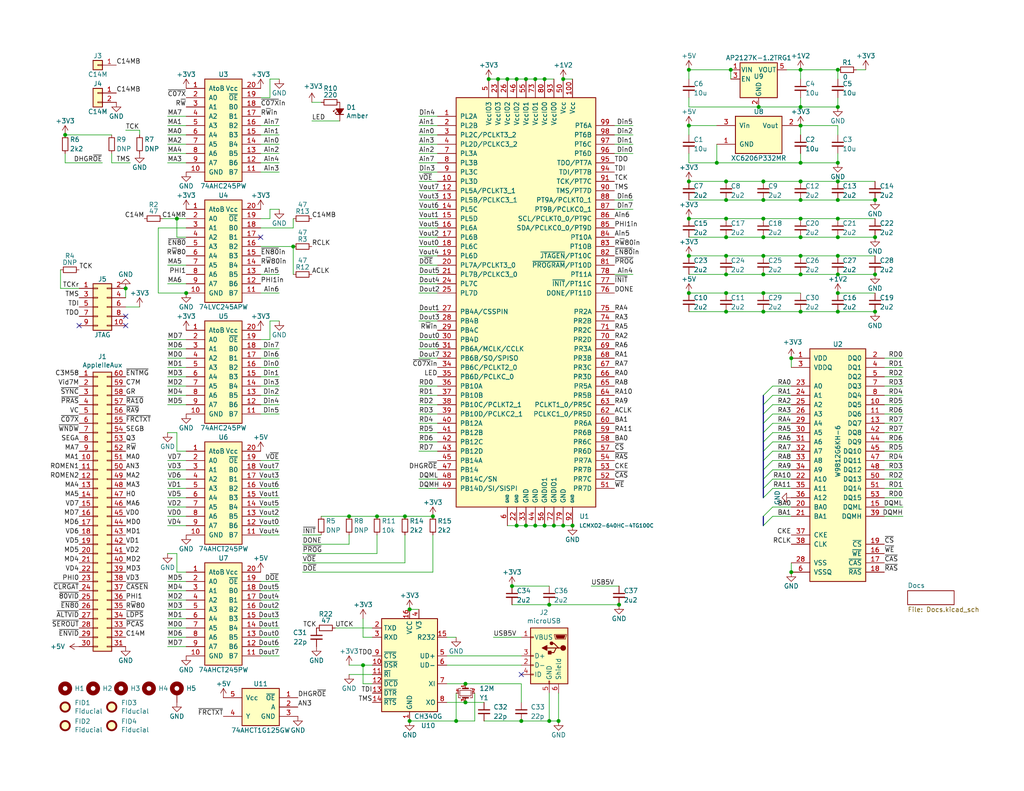
<source format=kicad_sch>
(kicad_sch (version 20230121) (generator eeschema)

  (uuid 805baf6f-a2ba-4145-8b5a-40874bf6761b)

  (paper "USLetter")

  (title_block
    (title "GW4203B (RAM2E II) - LCMXO2-640 / LCMXO2-1200")
    (date "2024-04-24")
    (rev "2.1")
    (company "Garrett's Workshop")
  )

  

  (junction (at 118.11 140.97) (diameter 0) (color 0 0 0 0)
    (uuid 00fa2943-8fb7-4199-a1ae-aee653caaa20)
  )
  (junction (at 50.8 80.01) (diameter 0) (color 0 0 0 0)
    (uuid 01291fec-cdf6-4840-833b-4ec5eedaf379)
  )
  (junction (at 149.86 165.1) (diameter 0) (color 0 0 0 0)
    (uuid 0135db16-3b45-4e75-a058-f4c877b35354)
  )
  (junction (at 151.13 143.51) (diameter 0) (color 0 0 0 0)
    (uuid 045c9a13-88a4-4376-b50b-1e0331aa42ce)
  )
  (junction (at 143.51 143.51) (diameter 0) (color 0 0 0 0)
    (uuid 063e5172-cdef-496c-ab84-07bc50617a7b)
  )
  (junction (at 133.35 21.59) (diameter 0) (color 0 0 0 0)
    (uuid 0edfb761-9fba-4bf1-9062-80720a6c8ecf)
  )
  (junction (at 187.96 49.53) (diameter 0) (color 0 0 0 0)
    (uuid 150fde45-bf71-489a-9a0a-4c104b4f29d9)
  )
  (junction (at 228.6 80.01) (diameter 0) (color 0 0 0 0)
    (uuid 17c7228c-76fc-4d87-9a5a-a36231fdb1d9)
  )
  (junction (at 218.44 64.77) (diameter 0) (color 0 0 0 0)
    (uuid 182f31b0-3d3b-4316-9514-a9e1064ca04c)
  )
  (junction (at 139.7 160.02) (diameter 0) (color 0 0 0 0)
    (uuid 1c357888-c265-4148-af8a-8702899e1fc6)
  )
  (junction (at 218.44 54.61) (diameter 0) (color 0 0 0 0)
    (uuid 1d7bee09-463a-49e7-839f-f530531e62a0)
  )
  (junction (at 218.44 69.85) (diameter 0) (color 0 0 0 0)
    (uuid 22a4ddde-b174-40b6-bf65-2bc30d9c673b)
  )
  (junction (at 215.9 97.79) (diameter 0) (color 0 0 0 0)
    (uuid 254e2888-212e-4c78-9449-3d6989829f53)
  )
  (junction (at 187.96 69.85) (diameter 0) (color 0 0 0 0)
    (uuid 27f8a8cc-06ce-49ee-9aef-c903c45002a4)
  )
  (junction (at 187.96 34.29) (diameter 0) (color 0 0 0 0)
    (uuid 29b4e978-a27e-4de0-8865-88ab3cc83a4b)
  )
  (junction (at 135.89 21.59) (diameter 0) (color 0 0 0 0)
    (uuid 31b55380-01d2-4921-a23f-fa13743d6618)
  )
  (junction (at 187.96 59.69) (diameter 0) (color 0 0 0 0)
    (uuid 3795f214-57a3-44ee-a6a8-85e7e16e051b)
  )
  (junction (at 124.46 196.85) (diameter 0) (color 0 0 0 0)
    (uuid 3dae2a06-16b3-42f3-97af-72cf94492d98)
  )
  (junction (at 218.44 44.45) (diameter 0) (color 0 0 0 0)
    (uuid 3df338a0-db69-439a-9ec2-53b295c60065)
  )
  (junction (at 198.12 64.77) (diameter 0) (color 0 0 0 0)
    (uuid 40e7820c-5a2f-49de-b548-624a807c752f)
  )
  (junction (at 215.9 156.21) (diameter 0) (color 0 0 0 0)
    (uuid 422c9d50-5050-40ed-b9fc-832345184735)
  )
  (junction (at 156.21 143.51) (diameter 0) (color 0 0 0 0)
    (uuid 45eeb937-bf90-43fe-9a11-de3f14464b88)
  )
  (junction (at 102.87 140.97) (diameter 0) (color 0 0 0 0)
    (uuid 47edbd06-fe42-4b2b-be56-a9ad26754070)
  )
  (junction (at 148.59 143.51) (diameter 0) (color 0 0 0 0)
    (uuid 4a8dc2a8-557f-45c4-80ec-da76d582bcdd)
  )
  (junction (at 95.25 140.97) (diameter 0) (color 0 0 0 0)
    (uuid 4dbd23e0-5457-485c-8074-0455d093362a)
  )
  (junction (at 207.01 29.21) (diameter 0) (color 0 0 0 0)
    (uuid 4ff9394e-2477-41f7-875c-051e25a5c0c3)
  )
  (junction (at 34.29 78.74) (diameter 0) (color 0 0 0 0)
    (uuid 53032687-5125-4300-b4de-39fb6ea739b3)
  )
  (junction (at 198.12 49.53) (diameter 0) (color 0 0 0 0)
    (uuid 5551b0f8-43b8-4f54-a277-9eb89d248ca4)
  )
  (junction (at 127 191.77) (diameter 0) (color 0 0 0 0)
    (uuid 567a261c-6166-4476-9b3d-bdd228e71324)
  )
  (junction (at 228.6 64.77) (diameter 0) (color 0 0 0 0)
    (uuid 58a4dc0f-e419-4f5a-95d1-4568f073f43d)
  )
  (junction (at 208.28 49.53) (diameter 0) (color 0 0 0 0)
    (uuid 59ae5250-75b5-41c5-9a09-231b26c2daa2)
  )
  (junction (at 228.6 19.05) (diameter 0) (color 0 0 0 0)
    (uuid 5e330b4d-c5c4-4624-918e-1645f8e86aba)
  )
  (junction (at 198.12 80.01) (diameter 0) (color 0 0 0 0)
    (uuid 637ee642-3707-4db4-b0ea-1f733cc238c1)
  )
  (junction (at 111.76 166.37) (diameter 0) (color 0 0 0 0)
    (uuid 647d22ab-5108-4d7f-a600-3e2f032077b3)
  )
  (junction (at 218.44 59.69) (diameter 0) (color 0 0 0 0)
    (uuid 655348a4-2339-48b9-9bc6-06b82d6cfc67)
  )
  (junction (at 110.49 140.97) (diameter 0) (color 0 0 0 0)
    (uuid 684c44b8-53d5-493c-99bc-a24bac8ed94c)
  )
  (junction (at 228.6 69.85) (diameter 0) (color 0 0 0 0)
    (uuid 6945621f-fdae-4886-a4a9-40fabfe32ae6)
  )
  (junction (at 228.6 54.61) (diameter 0) (color 0 0 0 0)
    (uuid 69a67663-5966-4f1e-a425-4d2b5d3ebd86)
  )
  (junction (at 218.44 19.05) (diameter 0) (color 0 0 0 0)
    (uuid 6a2aaa82-400d-41a3-a3d3-006393751eee)
  )
  (junction (at 168.91 165.1) (diameter 0) (color 0 0 0 0)
    (uuid 6ac60ae4-5db1-438c-93d8-6c609073d3e7)
  )
  (junction (at 99.06 181.61) (diameter 0) (color 0 0 0 0)
    (uuid 6ad2b36c-d882-4ef0-bf03-adb073402cea)
  )
  (junction (at 208.28 80.01) (diameter 0) (color 0 0 0 0)
    (uuid 6ae2d588-7c0c-4f0d-ae7e-639bd9d8d9c9)
  )
  (junction (at 228.6 74.93) (diameter 0) (color 0 0 0 0)
    (uuid 6c8ecef0-209b-4baa-b399-85dea0f1bfaa)
  )
  (junction (at 208.28 64.77) (diameter 0) (color 0 0 0 0)
    (uuid 6df5b3e5-1b87-4d18-9843-92f5d02990e1)
  )
  (junction (at 111.76 196.85) (diameter 0) (color 0 0 0 0)
    (uuid 73d2f194-675e-4e19-be89-3e46f40eaeeb)
  )
  (junction (at 218.44 49.53) (diameter 0) (color 0 0 0 0)
    (uuid 742aeb2a-b25a-4a24-a94f-5129a878e99b)
  )
  (junction (at 199.39 19.05) (diameter 0) (color 0 0 0 0)
    (uuid 7bbcc448-88a1-4886-ac34-bd78600b8620)
  )
  (junction (at 198.12 85.09) (diameter 0) (color 0 0 0 0)
    (uuid 805bb282-7ec5-4ed3-a2d4-25615c70f3c8)
  )
  (junction (at 228.6 85.09) (diameter 0) (color 0 0 0 0)
    (uuid 805f62b5-4187-4dfb-bb37-01de15445223)
  )
  (junction (at 153.67 21.59) (diameter 0) (color 0 0 0 0)
    (uuid 80b27d97-88f6-4588-8fd0-00da232fc46c)
  )
  (junction (at 228.6 44.45) (diameter 0) (color 0 0 0 0)
    (uuid 87f817e1-db66-420e-93e3-3aa9044df4e5)
  )
  (junction (at 218.44 85.09) (diameter 0) (color 0 0 0 0)
    (uuid 8af7efcd-a7fb-4705-8ff3-656b301eb377)
  )
  (junction (at 187.96 19.05) (diameter 0) (color 0 0 0 0)
    (uuid 8d537325-89ad-4d55-b643-b54c5caccc9e)
  )
  (junction (at 140.97 21.59) (diameter 0) (color 0 0 0 0)
    (uuid 8d8573c8-1bfa-4b44-a92f-2e1621ee7911)
  )
  (junction (at 238.76 74.93) (diameter 0) (color 0 0 0 0)
    (uuid 8fe512eb-28ac-49ad-ad5f-dc321210da90)
  )
  (junction (at 140.97 143.51) (diameter 0) (color 0 0 0 0)
    (uuid 90be4f9b-f4f9-4045-9c78-317627c577dc)
  )
  (junction (at 142.24 196.85) (diameter 0) (color 0 0 0 0)
    (uuid 94531b5f-3bc3-45f4-bf80-4acd400d1531)
  )
  (junction (at 198.12 59.69) (diameter 0) (color 0 0 0 0)
    (uuid 945ab635-b9e4-43c1-890f-886e73b4d64e)
  )
  (junction (at 148.59 21.59) (diameter 0) (color 0 0 0 0)
    (uuid 9c79ba34-fb61-4f4d-bbfe-49b34b9e3236)
  )
  (junction (at 187.96 80.01) (diameter 0) (color 0 0 0 0)
    (uuid a4446c05-073c-44cd-b90c-1e7ed43a484d)
  )
  (junction (at 238.76 85.09) (diameter 0) (color 0 0 0 0)
    (uuid b018aed4-2b90-4633-9aff-783c21ea60a3)
  )
  (junction (at 228.6 49.53) (diameter 0) (color 0 0 0 0)
    (uuid b1472288-bfd5-4be0-9716-1f9be024d9b4)
  )
  (junction (at 149.86 196.85) (diameter 0) (color 0 0 0 0)
    (uuid b32a0bb8-d7c7-49f6-83cf-f5000b1a3d22)
  )
  (junction (at 218.44 34.29) (diameter 0) (color 0 0 0 0)
    (uuid b5f266e2-fef1-4fd2-a439-fee17769006d)
  )
  (junction (at 228.6 59.69) (diameter 0) (color 0 0 0 0)
    (uuid ba9abb32-ad52-4bdb-8881-f41a4b3de1c2)
  )
  (junction (at 198.12 69.85) (diameter 0) (color 0 0 0 0)
    (uuid bfcdd440-c061-44e2-898e-244dbf54cf73)
  )
  (junction (at 208.28 54.61) (diameter 0) (color 0 0 0 0)
    (uuid c0781638-4290-4dfd-8499-d8d8be6d0398)
  )
  (junction (at 152.4 196.85) (diameter 0) (color 0 0 0 0)
    (uuid c196017c-5ef8-4030-994f-fef49654216a)
  )
  (junction (at 208.28 69.85) (diameter 0) (color 0 0 0 0)
    (uuid c1f89432-9dad-487e-9191-7980f2eea84d)
  )
  (junction (at 80.01 67.31) (diameter 0) (color 0 0 0 0)
    (uuid c50b9e7a-1f7d-41a8-8790-c6e1f6e53025)
  )
  (junction (at 218.44 29.21) (diameter 0) (color 0 0 0 0)
    (uuid c731cd04-b48f-4fe5-9820-8902d3f000fd)
  )
  (junction (at 48.26 59.69) (diameter 0) (color 0 0 0 0)
    (uuid c93353ae-5baf-46a5-aa24-b7a3ef022b45)
  )
  (junction (at 17.78 36.83) (diameter 0) (color 0 0 0 0)
    (uuid cb998584-9eed-4c84-8c39-a610e972df6d)
  )
  (junction (at 238.76 54.61) (diameter 0) (color 0 0 0 0)
    (uuid d5540720-b5b6-4b28-a011-7fa94315e3b2)
  )
  (junction (at 208.28 74.93) (diameter 0) (color 0 0 0 0)
    (uuid d9f4327a-da11-4c6e-9a41-e3a24b2f7db5)
  )
  (junction (at 127 186.69) (diameter 0) (color 0 0 0 0)
    (uuid da47f298-3c69-41be-b58a-85f06ee78021)
  )
  (junction (at 143.51 21.59) (diameter 0) (color 0 0 0 0)
    (uuid dd4278a6-478c-440b-880a-dd16444b64f8)
  )
  (junction (at 208.28 59.69) (diameter 0) (color 0 0 0 0)
    (uuid e0bd570b-f8b3-4354-b43f-fe8aed15792f)
  )
  (junction (at 146.05 143.51) (diameter 0) (color 0 0 0 0)
    (uuid e36d7b37-4d0a-4288-84c2-ce18aec1bb8c)
  )
  (junction (at 238.76 64.77) (diameter 0) (color 0 0 0 0)
    (uuid e51bd199-3967-49c0-a69b-cd82896f5fb7)
  )
  (junction (at 228.6 29.21) (diameter 0) (color 0 0 0 0)
    (uuid e60473cf-666f-4f0a-a0ae-7793dfc5768b)
  )
  (junction (at 218.44 74.93) (diameter 0) (color 0 0 0 0)
    (uuid e61207b3-e65f-475c-b449-62bb57ecc2f6)
  )
  (junction (at 208.28 85.09) (diameter 0) (color 0 0 0 0)
    (uuid e7eade4f-a90a-484b-94cb-fe3b566efef5)
  )
  (junction (at 198.12 74.93) (diameter 0) (color 0 0 0 0)
    (uuid ea8fb1f4-98af-4bfa-86fa-3ffc00c9f2aa)
  )
  (junction (at 146.05 21.59) (diameter 0) (color 0 0 0 0)
    (uuid f47ef885-4dc9-47d5-9e04-2a57025d1973)
  )
  (junction (at 153.67 143.51) (diameter 0) (color 0 0 0 0)
    (uuid f5019154-8a53-4e0b-bbc3-97e45b588ee2)
  )
  (junction (at 198.12 54.61) (diameter 0) (color 0 0 0 0)
    (uuid f540be3e-5144-4647-adc1-cdd91ef11a10)
  )
  (junction (at 195.58 44.45) (diameter 0) (color 0 0 0 0)
    (uuid f99eb2b2-07b2-4449-adf2-8b62f3987cf5)
  )
  (junction (at 138.43 21.59) (diameter 0) (color 0 0 0 0)
    (uuid fb272d8d-058b-47c2-9d3f-ce14550c810b)
  )

  (no_connect (at 34.29 88.9) (uuid 0ab0b184-7482-48fc-be06-9b76dfb50875))
  (no_connect (at 34.29 86.36) (uuid 1197f82b-1e3f-4c20-88c9-fb126e4a3f8d))
  (no_connect (at 71.12 64.77) (uuid 3e5f6862-45ad-4f25-a454-257ffd827323))
  (no_connect (at 142.24 184.15) (uuid ed0d590f-cc43-4f46-a058-0e4a956740d2))
  (no_connect (at 21.59 88.9) (uuid f8868eab-ea6f-459f-88ae-235d4dd7a4b1))

  (bus_entry (at 210.82 107.95) (size -2.54 2.54)
    (stroke (width 0) (type default))
    (uuid 0325e97e-e8e5-4dff-9c44-951d6f48a470)
  )
  (bus_entry (at 210.82 125.73) (size -2.54 2.54)
    (stroke (width 0) (type default))
    (uuid 2ce501e1-103f-44aa-b34f-a2f0ce4e338a)
  )
  (bus_entry (at 210.82 138.43) (size -2.54 2.54)
    (stroke (width 0) (type default))
    (uuid 3d7cafd9-1a45-43e1-aa2d-ac4b000a6a0d)
  )
  (bus_entry (at 210.82 115.57) (size -2.54 2.54)
    (stroke (width 0) (type default))
    (uuid 508055ef-95cb-4828-b178-04b310cfd99b)
  )
  (bus_entry (at 210.82 128.27) (size -2.54 2.54)
    (stroke (width 0) (type default))
    (uuid 76f806e0-9a1a-4f30-9163-2e9f11a9697c)
  )
  (bus_entry (at 210.82 118.11) (size -2.54 2.54)
    (stroke (width 0) (type default))
    (uuid 85f27ca4-1fa0-4efc-b364-7529c1250ad2)
  )
  (bus_entry (at 210.82 133.35) (size -2.54 2.54)
    (stroke (width 0) (type default))
    (uuid 8b190a76-89e4-49c1-8fc2-bdf5869199d5)
  )
  (bus_entry (at 210.82 120.65) (size -2.54 2.54)
    (stroke (width 0) (type default))
    (uuid 9aef04d0-1c69-4e3f-9545-687754a59b6a)
  )
  (bus_entry (at 210.82 113.03) (size -2.54 2.54)
    (stroke (width 0) (type default))
    (uuid b36a2b86-755c-4c56-8769-d9705bc06a02)
  )
  (bus_entry (at 210.82 130.81) (size -2.54 2.54)
    (stroke (width 0) (type default))
    (uuid b641c786-d149-4e80-a671-151126e34838)
  )
  (bus_entry (at 210.82 140.97) (size -2.54 2.54)
    (stroke (width 0) (type default))
    (uuid bf73f20e-fd60-4d08-8daf-e63b4e4a5730)
  )
  (bus_entry (at 210.82 110.49) (size -2.54 2.54)
    (stroke (width 0) (type default))
    (uuid cfeca7c2-5a36-4de7-98e4-359512435a2a)
  )
  (bus_entry (at 210.82 105.41) (size -2.54 2.54)
    (stroke (width 0) (type default))
    (uuid d8525183-626e-4cb3-85aa-9244e460e07b)
  )
  (bus_entry (at 210.82 123.19) (size -2.54 2.54)
    (stroke (width 0) (type default))
    (uuid e3bf644f-556b-41f4-a0ea-c538bd6539f4)
  )

  (wire (pts (xy 153.67 143.51) (xy 156.21 143.51))
    (stroke (width 0) (type default))
    (uuid 009207f1-cfc8-45f9-ae28-7ff79d0e3d29)
  )
  (wire (pts (xy 149.86 165.1) (xy 168.91 165.1))
    (stroke (width 0) (type default))
    (uuid 00e683e4-ada2-4ee8-a1a8-10567a284a04)
  )
  (wire (pts (xy 34.29 78.74) (xy 34.29 81.28))
    (stroke (width 0) (type default))
    (uuid 03aa29b8-e9fd-4430-a975-5f227721b8fe)
  )
  (wire (pts (xy 187.96 29.21) (xy 207.01 29.21))
    (stroke (width 0) (type default))
    (uuid 03b59f15-284f-4e4e-ae75-e04094e694f3)
  )
  (wire (pts (xy 134.62 173.99) (xy 142.24 173.99))
    (stroke (width 0) (type default))
    (uuid 042fb8c0-dadb-41cf-899e-cbcde85e5df0)
  )
  (wire (pts (xy 208.28 54.61) (xy 218.44 54.61))
    (stroke (width 0) (type default))
    (uuid 050703b4-dc04-4b7d-87bc-e326f600398d)
  )
  (wire (pts (xy 228.6 64.77) (xy 238.76 64.77))
    (stroke (width 0) (type default))
    (uuid 05808083-d739-4d38-be7b-08f872626ef4)
  )
  (wire (pts (xy 73.66 87.63) (xy 76.2 87.63))
    (stroke (width 0) (type default))
    (uuid 05d94ad5-cbab-4356-a22b-c9153bfdc861)
  )
  (wire (pts (xy 101.6 184.15) (xy 95.25 184.15))
    (stroke (width 0) (type default))
    (uuid 06d6d0ab-4e34-44e1-954f-13a15520b7f3)
  )
  (wire (pts (xy 127 191.77) (xy 132.08 191.77))
    (stroke (width 0) (type default))
    (uuid 0736d86a-22f4-4661-a78b-87585b4e7a6b)
  )
  (wire (pts (xy 246.38 113.03) (xy 241.3 113.03))
    (stroke (width 0) (type default))
    (uuid 081d517f-e6e5-4e52-a0f0-5307d3cf0c6d)
  )
  (wire (pts (xy 114.3 120.65) (xy 119.38 120.65))
    (stroke (width 0) (type default))
    (uuid 095182b6-3f8b-4fba-9ac9-f4da5b156c57)
  )
  (wire (pts (xy 95.25 140.97) (xy 102.87 140.97))
    (stroke (width 0) (type default))
    (uuid 0bda70f1-8d34-481e-b4d5-a29b98f09f4e)
  )
  (wire (pts (xy 76.2 36.83) (xy 71.12 36.83))
    (stroke (width 0) (type default))
    (uuid 0cd8f94e-2693-4a60-b616-698cc65a2b90)
  )
  (wire (pts (xy 76.2 138.43) (xy 71.12 138.43))
    (stroke (width 0) (type default))
    (uuid 0d52cc21-0cf8-42d0-a9a1-99b5e32800c0)
  )
  (wire (pts (xy 218.44 54.61) (xy 228.6 54.61))
    (stroke (width 0) (type default))
    (uuid 0df09871-7862-40da-922b-ca4acb032f0d)
  )
  (bus (pts (xy 208.28 133.35) (xy 208.28 135.89))
    (stroke (width 0) (type default))
    (uuid 0e3a146f-6690-4f5e-9084-bbac2861661a)
  )

  (wire (pts (xy 218.44 59.69) (xy 228.6 59.69))
    (stroke (width 0) (type default))
    (uuid 0ec32847-e74c-4301-925c-b38c331187da)
  )
  (wire (pts (xy 114.3 97.79) (xy 119.38 97.79))
    (stroke (width 0) (type default))
    (uuid 0faa0526-5797-479f-9b61-80a78b11c3fb)
  )
  (wire (pts (xy 228.6 59.69) (xy 238.76 59.69))
    (stroke (width 0) (type default))
    (uuid 1161067c-ade9-481d-8b7e-d2fc5357c02c)
  )
  (wire (pts (xy 114.3 107.95) (xy 119.38 107.95))
    (stroke (width 0) (type default))
    (uuid 13062515-cde0-4187-a458-ff4cb719ba2a)
  )
  (wire (pts (xy 45.72 72.39) (xy 50.8 72.39))
    (stroke (width 0) (type default))
    (uuid 13d8e916-f7ed-4147-8f75-671f65c6ee42)
  )
  (wire (pts (xy 139.7 165.1) (xy 149.86 165.1))
    (stroke (width 0) (type default))
    (uuid 14ee12bc-d512-4c07-87e3-dfe7fe8ba371)
  )
  (wire (pts (xy 110.49 146.05) (xy 110.49 153.67))
    (stroke (width 0) (type default))
    (uuid 153ad6aa-13ce-4098-b941-a60a6fb30c58)
  )
  (wire (pts (xy 76.2 146.05) (xy 71.12 146.05))
    (stroke (width 0) (type default))
    (uuid 158500d6-48bd-4afb-ae9c-89d7114e1d5f)
  )
  (wire (pts (xy 45.72 133.35) (xy 50.8 133.35))
    (stroke (width 0) (type default))
    (uuid 160298e3-29b7-4f09-a2a2-f956f9f5841c)
  )
  (wire (pts (xy 91.44 171.45) (xy 101.6 171.45))
    (stroke (width 0) (type default))
    (uuid 16201f04-3048-4e9f-85c0-0e7a95ab8483)
  )
  (wire (pts (xy 198.12 85.09) (xy 208.28 85.09))
    (stroke (width 0) (type default))
    (uuid 163c8edc-98b7-45b6-b1c3-dfd329f0278d)
  )
  (wire (pts (xy 76.2 135.89) (xy 71.12 135.89))
    (stroke (width 0) (type default))
    (uuid 1699ba2e-e8b2-4eb2-b765-abc18e098c1a)
  )
  (wire (pts (xy 76.2 80.01) (xy 71.12 80.01))
    (stroke (width 0) (type default))
    (uuid 16d8b80f-f83e-4e4a-a304-2e21ff5609b5)
  )
  (wire (pts (xy 246.38 125.73) (xy 241.3 125.73))
    (stroke (width 0) (type default))
    (uuid 170fa741-ef89-484b-9de4-9330ed24ed22)
  )
  (wire (pts (xy 198.12 49.53) (xy 208.28 49.53))
    (stroke (width 0) (type default))
    (uuid 175b4aaa-b6b5-4c92-b310-eed8385c6406)
  )
  (wire (pts (xy 17.78 44.45) (xy 17.78 41.91))
    (stroke (width 0) (type default))
    (uuid 17622028-9b13-4dcf-b992-533d6aadbbec)
  )
  (bus (pts (xy 208.28 107.95) (xy 208.28 110.49))
    (stroke (width 0) (type default))
    (uuid 18c17f8e-6e75-4f06-a2c9-c0d251145d9a)
  )

  (wire (pts (xy 48.26 64.77) (xy 50.8 64.77))
    (stroke (width 0) (type default))
    (uuid 19d41e7c-f91f-44ce-8309-ede168c14771)
  )
  (wire (pts (xy 92.71 33.02) (xy 85.09 33.02))
    (stroke (width 0) (type default))
    (uuid 19f1b1f5-30df-4ccb-889d-b75a083b0c74)
  )
  (wire (pts (xy 172.72 34.29) (xy 167.64 34.29))
    (stroke (width 0) (type default))
    (uuid 1b798822-e143-414f-8475-9dd63c89276c)
  )
  (wire (pts (xy 246.38 110.49) (xy 241.3 110.49))
    (stroke (width 0) (type default))
    (uuid 1c4365b5-f277-4410-966f-81d7bde41aad)
  )
  (wire (pts (xy 172.72 41.91) (xy 167.64 41.91))
    (stroke (width 0) (type default))
    (uuid 1ca912ab-4589-4d0d-bb97-7b9be7d8390e)
  )
  (wire (pts (xy 114.3 74.93) (xy 119.38 74.93))
    (stroke (width 0) (type default))
    (uuid 1da1f5dd-c1a6-40de-bd71-8bda0c420ff4)
  )
  (wire (pts (xy 71.12 125.73) (xy 76.2 125.73))
    (stroke (width 0) (type default))
    (uuid 1dced802-da69-4db3-aceb-b98176040031)
  )
  (wire (pts (xy 208.28 59.69) (xy 218.44 59.69))
    (stroke (width 0) (type default))
    (uuid 1e9f898c-2726-4cac-8b75-fb0c7e11147c)
  )
  (wire (pts (xy 82.55 146.05) (xy 87.63 146.05))
    (stroke (width 0) (type default))
    (uuid 1ede2e18-8957-42e6-9008-2604ae79cded)
  )
  (wire (pts (xy 187.96 34.29) (xy 195.58 34.29))
    (stroke (width 0) (type default))
    (uuid 1fcebbd8-2f1b-4fad-896a-df43874cfe36)
  )
  (wire (pts (xy 187.96 69.85) (xy 198.12 69.85))
    (stroke (width 0) (type default))
    (uuid 2000644f-3b96-442c-b7a1-56b50baa7e68)
  )
  (wire (pts (xy 114.3 54.61) (xy 119.38 54.61))
    (stroke (width 0) (type default))
    (uuid 20110518-1b46-4d50-a325-6fc7ce21b4e6)
  )
  (wire (pts (xy 76.2 44.45) (xy 71.12 44.45))
    (stroke (width 0) (type default))
    (uuid 2269e95a-72e2-4d65-8138-86d8ebe9c066)
  )
  (wire (pts (xy 153.67 21.59) (xy 156.21 21.59))
    (stroke (width 0) (type default))
    (uuid 231dab85-b317-4207-9931-aa9ee4f65ae5)
  )
  (wire (pts (xy 172.72 54.61) (xy 167.64 54.61))
    (stroke (width 0) (type default))
    (uuid 25345d98-eb59-47ae-a5b5-58d09d68b20a)
  )
  (wire (pts (xy 138.43 143.51) (xy 140.97 143.51))
    (stroke (width 0) (type default))
    (uuid 2564af1a-7e04-4133-8c04-41351d9853be)
  )
  (wire (pts (xy 114.3 95.25) (xy 119.38 95.25))
    (stroke (width 0) (type default))
    (uuid 26e76751-51a7-4058-8a54-a7ac06af27b4)
  )
  (wire (pts (xy 121.92 191.77) (xy 127 191.77))
    (stroke (width 0) (type default))
    (uuid 286a5d3c-eacf-479f-a372-feff32b453cf)
  )
  (wire (pts (xy 76.2 176.53) (xy 71.12 176.53))
    (stroke (width 0) (type default))
    (uuid 28855f2a-5f81-427c-80ae-391160aac9c0)
  )
  (wire (pts (xy 114.3 115.57) (xy 119.38 115.57))
    (stroke (width 0) (type default))
    (uuid 2acf633e-4529-41fd-bf5a-c72eeb02f605)
  )
  (wire (pts (xy 218.44 19.05) (xy 214.63 19.05))
    (stroke (width 0) (type default))
    (uuid 2ddf7cf8-beef-40cb-90b6-9b0b25cddce5)
  )
  (wire (pts (xy 38.1 83.82) (xy 34.29 83.82))
    (stroke (width 0) (type default))
    (uuid 2eac3960-b4bc-4eb4-b4a4-7b752135f09b)
  )
  (wire (pts (xy 101.6 186.69) (xy 99.06 186.69))
    (stroke (width 0) (type default))
    (uuid 315ac26b-ba8c-4110-803c-0cdd2e728d3f)
  )
  (wire (pts (xy 129.54 196.85) (xy 124.46 196.85))
    (stroke (width 0) (type default))
    (uuid 315c2dca-8425-4a0b-b908-ea8c1341c87b)
  )
  (wire (pts (xy 114.3 57.15) (xy 119.38 57.15))
    (stroke (width 0) (type default))
    (uuid 328d3b6b-e590-46f9-8b26-3c9ad5c4dffa)
  )
  (wire (pts (xy 215.9 156.21) (xy 215.9 153.67))
    (stroke (width 0) (type default))
    (uuid 32e5177d-fe12-4eb7-a28a-dad98467584d)
  )
  (wire (pts (xy 76.2 130.81) (xy 71.12 130.81))
    (stroke (width 0) (type default))
    (uuid 33a9e6d9-b806-42d5-800e-04624c4564c3)
  )
  (wire (pts (xy 215.9 107.95) (xy 210.82 107.95))
    (stroke (width 0) (type default))
    (uuid 34164191-9285-4104-acf0-eee77e893cd0)
  )
  (wire (pts (xy 215.9 105.41) (xy 210.82 105.41))
    (stroke (width 0) (type default))
    (uuid 34a9f9da-6917-4464-9074-b1841ee1d713)
  )
  (wire (pts (xy 76.2 39.37) (xy 71.12 39.37))
    (stroke (width 0) (type default))
    (uuid 35893cb8-33ed-4411-8329-5322db640a2c)
  )
  (wire (pts (xy 218.44 29.21) (xy 218.44 26.67))
    (stroke (width 0) (type default))
    (uuid 367a21ad-71d0-474e-9eb5-9cd59a4860a3)
  )
  (wire (pts (xy 48.26 123.19) (xy 48.26 118.11))
    (stroke (width 0) (type default))
    (uuid 37a4d16a-47f9-48c9-b41f-566d8e51f30d)
  )
  (wire (pts (xy 187.96 80.01) (xy 198.12 80.01))
    (stroke (width 0) (type default))
    (uuid 3837b166-a8b8-4364-aa5b-2bf197c2079b)
  )
  (bus (pts (xy 208.28 128.27) (xy 208.28 130.81))
    (stroke (width 0) (type default))
    (uuid 389e3462-3143-4530-8d64-200329c76fc4)
  )

  (wire (pts (xy 246.38 105.41) (xy 241.3 105.41))
    (stroke (width 0) (type default))
    (uuid 3930c342-1ccf-40da-88f8-818ee93c7ecd)
  )
  (wire (pts (xy 246.38 130.81) (xy 241.3 130.81))
    (stroke (width 0) (type default))
    (uuid 3a09ce25-b0da-4dab-ace3-10dfc466edf8)
  )
  (wire (pts (xy 71.12 74.93) (xy 76.2 74.93))
    (stroke (width 0) (type default))
    (uuid 3b7431a6-70e3-4d03-8f8e-16a9fa04276c)
  )
  (wire (pts (xy 114.3 64.77) (xy 119.38 64.77))
    (stroke (width 0) (type default))
    (uuid 3ca027fa-d9c5-4a96-8631-d8993f4f5ece)
  )
  (wire (pts (xy 110.49 140.97) (xy 118.11 140.97))
    (stroke (width 0) (type default))
    (uuid 3d3550c6-fbfb-4a2e-94e3-269a35925ece)
  )
  (wire (pts (xy 50.8 123.19) (xy 48.26 123.19))
    (stroke (width 0) (type default))
    (uuid 3da85a05-43fe-4b46-a367-d663a0b9bd8b)
  )
  (wire (pts (xy 45.72 39.37) (xy 50.8 39.37))
    (stroke (width 0) (type default))
    (uuid 3e18f1dc-48f6-4f29-9063-2c36fef49643)
  )
  (wire (pts (xy 198.12 59.69) (xy 208.28 59.69))
    (stroke (width 0) (type default))
    (uuid 3e44f6f6-2a08-4a99-8df2-7f4df610c0c9)
  )
  (wire (pts (xy 114.3 87.63) (xy 119.38 87.63))
    (stroke (width 0) (type default))
    (uuid 40d16b80-1144-4583-8f66-a7360ab856cf)
  )
  (wire (pts (xy 215.9 115.57) (xy 210.82 115.57))
    (stroke (width 0) (type default))
    (uuid 421eca25-6d71-4490-aaa1-326a2d37e650)
  )
  (wire (pts (xy 124.46 189.23) (xy 124.46 196.85))
    (stroke (width 0) (type default))
    (uuid 43708275-7597-47d2-92a0-1eb4e088e328)
  )
  (wire (pts (xy 45.72 130.81) (xy 50.8 130.81))
    (stroke (width 0) (type default))
    (uuid 43d351c5-b9ca-4749-b642-0217bb0a9174)
  )
  (wire (pts (xy 218.44 69.85) (xy 228.6 69.85))
    (stroke (width 0) (type default))
    (uuid 445be1f9-9e70-4e76-9806-4c61208be20b)
  )
  (wire (pts (xy 76.2 140.97) (xy 71.12 140.97))
    (stroke (width 0) (type default))
    (uuid 47f65c53-a8c1-4266-9e67-715133df0532)
  )
  (wire (pts (xy 73.66 92.71) (xy 73.66 87.63))
    (stroke (width 0) (type default))
    (uuid 480cde22-a798-4175-9135-58cda6eddf4a)
  )
  (wire (pts (xy 76.2 163.83) (xy 71.12 163.83))
    (stroke (width 0) (type default))
    (uuid 48c695d1-58ee-4b7d-a5ea-d0a98e57ad67)
  )
  (wire (pts (xy 76.2 128.27) (xy 71.12 128.27))
    (stroke (width 0) (type default))
    (uuid 492539f8-80c0-4932-83b7-3ac1d5182c03)
  )
  (wire (pts (xy 45.72 176.53) (xy 50.8 176.53))
    (stroke (width 0) (type default))
    (uuid 49701f6c-ccb2-405b-969f-81e2b9cb9b93)
  )
  (wire (pts (xy 246.38 128.27) (xy 241.3 128.27))
    (stroke (width 0) (type default))
    (uuid 49a25bb9-4082-416e-97d8-a386e5b0a0ad)
  )
  (wire (pts (xy 187.96 29.21) (xy 187.96 26.67))
    (stroke (width 0) (type default))
    (uuid 49c4c8c9-bc87-48f3-91f5-8fb6c16f1a09)
  )
  (wire (pts (xy 218.44 85.09) (xy 228.6 85.09))
    (stroke (width 0) (type default))
    (uuid 49fb5fab-1451-4499-8bf4-1aee3b632433)
  )
  (wire (pts (xy 114.3 69.85) (xy 119.38 69.85))
    (stroke (width 0) (type default))
    (uuid 4ad7f331-db76-4bca-b504-a82248a1acc9)
  )
  (wire (pts (xy 208.28 49.53) (xy 218.44 49.53))
    (stroke (width 0) (type default))
    (uuid 4be0e638-3af8-48d3-a527-9b60577b570e)
  )
  (wire (pts (xy 119.38 49.53) (xy 114.3 49.53))
    (stroke (width 0) (type default))
    (uuid 4da70a6e-0602-4af6-845c-9aea66450eca)
  )
  (wire (pts (xy 114.3 31.75) (xy 119.38 31.75))
    (stroke (width 0) (type default))
    (uuid 4e032f8b-2578-4957-b585-899b7ff975ca)
  )
  (wire (pts (xy 246.38 115.57) (xy 241.3 115.57))
    (stroke (width 0) (type default))
    (uuid 4e3b2954-119f-46d9-82fc-44b2f50cbd56)
  )
  (wire (pts (xy 76.2 107.95) (xy 71.12 107.95))
    (stroke (width 0) (type default))
    (uuid 4f509231-d593-46e2-96db-d83cf8574300)
  )
  (wire (pts (xy 228.6 19.05) (xy 218.44 19.05))
    (stroke (width 0) (type default))
    (uuid 4f60c9e4-c6ea-48f3-b2ca-2980761a355c)
  )
  (wire (pts (xy 114.3 92.71) (xy 119.38 92.71))
    (stroke (width 0) (type default))
    (uuid 4fbdd276-2903-4a7e-b047-f0ff3e0711f8)
  )
  (wire (pts (xy 246.38 118.11) (xy 241.3 118.11))
    (stroke (width 0) (type default))
    (uuid 4fc990aa-5c8f-402d-9e76-a2f2c017b693)
  )
  (wire (pts (xy 114.3 34.29) (xy 119.38 34.29))
    (stroke (width 0) (type default))
    (uuid 5068bb10-9dcb-4130-a9c4-15341973a07e)
  )
  (wire (pts (xy 76.2 100.33) (xy 71.12 100.33))
    (stroke (width 0) (type default))
    (uuid 511255c4-ce8f-4c58-b386-128558c13430)
  )
  (wire (pts (xy 246.38 140.97) (xy 241.3 140.97))
    (stroke (width 0) (type default))
    (uuid 51897e57-f823-42c4-aeae-f7641a64a8e2)
  )
  (bus (pts (xy 208.28 130.81) (xy 208.28 133.35))
    (stroke (width 0) (type default))
    (uuid 5260cf33-b59d-412c-9772-ccebfb475b73)
  )

  (wire (pts (xy 135.89 21.59) (xy 138.43 21.59))
    (stroke (width 0) (type default))
    (uuid 540d00c0-0f59-42f3-b0cf-f7601d130d73)
  )
  (wire (pts (xy 228.6 69.85) (xy 238.76 69.85))
    (stroke (width 0) (type default))
    (uuid 555fcc96-989f-40b7-bb39-9650e156e6f7)
  )
  (wire (pts (xy 71.12 59.69) (xy 73.66 59.69))
    (stroke (width 0) (type default))
    (uuid 55fb82ae-c5f4-46ce-a5db-26ec3c575296)
  )
  (wire (pts (xy 143.51 143.51) (xy 146.05 143.51))
    (stroke (width 0) (type default))
    (uuid 5664cde8-5e09-4e43-a066-cf6836bb43e5)
  )
  (wire (pts (xy 71.12 158.75) (xy 76.2 158.75))
    (stroke (width 0) (type default))
    (uuid 576d1a66-69ec-4df7-aa51-e47d0fd0174f)
  )
  (bus (pts (xy 208.28 140.97) (xy 208.28 143.51))
    (stroke (width 0) (type default))
    (uuid 57942166-bbc3-45dd-b215-37a950d45e94)
  )

  (wire (pts (xy 99.06 173.99) (xy 99.06 168.91))
    (stroke (width 0) (type default))
    (uuid 57e82004-834f-40f7-b3e1-fab553251c96)
  )
  (wire (pts (xy 121.92 179.07) (xy 142.24 179.07))
    (stroke (width 0) (type default))
    (uuid 5887a285-d6dc-4dd0-be8a-26323f8e0a1a)
  )
  (wire (pts (xy 114.3 110.49) (xy 119.38 110.49))
    (stroke (width 0) (type default))
    (uuid 591843d6-135f-460e-81bb-afcca897f0dc)
  )
  (wire (pts (xy 45.72 168.91) (xy 50.8 168.91))
    (stroke (width 0) (type default))
    (uuid 59a88cd0-977b-4fa0-ba22-59742b38cdfc)
  )
  (wire (pts (xy 207.01 29.21) (xy 218.44 29.21))
    (stroke (width 0) (type default))
    (uuid 59ba4987-2037-4da0-afc1-24740174cc0f)
  )
  (wire (pts (xy 132.08 196.85) (xy 142.24 196.85))
    (stroke (width 0) (type default))
    (uuid 59f246d1-9ee2-472d-8179-ebdd74a17c70)
  )
  (wire (pts (xy 187.96 74.93) (xy 198.12 74.93))
    (stroke (width 0) (type default))
    (uuid 5a45f6c6-3562-4391-b713-321be5d7cc8c)
  )
  (bus (pts (xy 208.28 113.03) (xy 208.28 115.57))
    (stroke (width 0) (type default))
    (uuid 5b1e2e66-5580-4aad-b611-0e49ac7cbc73)
  )

  (wire (pts (xy 114.3 36.83) (xy 119.38 36.83))
    (stroke (width 0) (type default))
    (uuid 5b9be64d-d79d-4e80-b27f-c8ce2a36164f)
  )
  (wire (pts (xy 121.92 186.69) (xy 127 186.69))
    (stroke (width 0) (type default))
    (uuid 5bdcae4c-5b11-4b12-8fe6-325b9ff3afa0)
  )
  (wire (pts (xy 114.3 80.01) (xy 119.38 80.01))
    (stroke (width 0) (type default))
    (uuid 5c354780-ba8f-4ce5-930d-18f58a2d457c)
  )
  (wire (pts (xy 71.12 67.31) (xy 80.01 67.31))
    (stroke (width 0) (type default))
    (uuid 5c900967-2c27-4c0d-ba38-44c2dfc99819)
  )
  (wire (pts (xy 140.97 21.59) (xy 143.51 21.59))
    (stroke (width 0) (type default))
    (uuid 60057f92-6ed7-4fa7-9e86-3a9f9fefab33)
  )
  (wire (pts (xy 246.38 100.33) (xy 241.3 100.33))
    (stroke (width 0) (type default))
    (uuid 61be1bfc-be26-446f-aea1-24c83c440ca1)
  )
  (wire (pts (xy 138.43 21.59) (xy 140.97 21.59))
    (stroke (width 0) (type default))
    (uuid 630100d8-f0e5-4a23-b812-c21afd4f574f)
  )
  (wire (pts (xy 187.96 44.45) (xy 187.96 41.91))
    (stroke (width 0) (type default))
    (uuid 63d3b412-f3c3-4fca-89da-ffbf698d2913)
  )
  (wire (pts (xy 45.72 163.83) (xy 50.8 163.83))
    (stroke (width 0) (type default))
    (uuid 64060cf5-eb37-4657-aabc-5b7e3f1db93a)
  )
  (wire (pts (xy 50.8 62.23) (xy 43.18 62.23))
    (stroke (width 0) (type default))
    (uuid 644512d2-8154-46d0-93ba-5ad3e27c9101)
  )
  (wire (pts (xy 215.9 123.19) (xy 210.82 123.19))
    (stroke (width 0) (type default))
    (uuid 66de5231-15b5-4955-943c-570f4cbf0c59)
  )
  (wire (pts (xy 187.96 44.45) (xy 195.58 44.45))
    (stroke (width 0) (type default))
    (uuid 6805eaa4-a5e2-44d0-9cdd-26456341b679)
  )
  (wire (pts (xy 228.6 49.53) (xy 238.76 49.53))
    (stroke (width 0) (type default))
    (uuid 682b9130-8233-43f5-b718-e770d8121383)
  )
  (wire (pts (xy 114.3 123.19) (xy 119.38 123.19))
    (stroke (width 0) (type default))
    (uuid 68858a14-68b7-4ae1-890e-31a93f3a3839)
  )
  (wire (pts (xy 76.2 173.99) (xy 71.12 173.99))
    (stroke (width 0) (type default))
    (uuid 691be9c0-3b78-4128-a876-fac262ca0a89)
  )
  (wire (pts (xy 48.26 156.21) (xy 48.26 151.13))
    (stroke (width 0) (type default))
    (uuid 69342c8f-d74e-41e6-8572-78d551ae03ba)
  )
  (wire (pts (xy 246.38 133.35) (xy 241.3 133.35))
    (stroke (width 0) (type default))
    (uuid 69964ba9-0211-4df4-8620-411697d8f402)
  )
  (wire (pts (xy 30.48 44.45) (xy 35.56 44.45))
    (stroke (width 0) (type default))
    (uuid 6a4415eb-5f7f-4acc-91c3-768d6c870a17)
  )
  (wire (pts (xy 30.48 44.45) (xy 30.48 41.91))
    (stroke (width 0) (type default))
    (uuid 6b1f960a-6983-46fa-b22d-555cca99d1f8)
  )
  (wire (pts (xy 210.82 133.35) (xy 215.9 133.35))
    (stroke (width 0) (type default))
    (uuid 6bb603a3-35f9-4395-9a81-bbd73acf3d8d)
  )
  (wire (pts (xy 149.86 189.23) (xy 149.86 196.85))
    (stroke (width 0) (type default))
    (uuid 6c4bd6c0-2b1b-4599-bb42-3285c21914f3)
  )
  (wire (pts (xy 76.2 110.49) (xy 71.12 110.49))
    (stroke (width 0) (type default))
    (uuid 6d58e0c8-4ceb-4ad0-932f-e6c856c14b41)
  )
  (wire (pts (xy 45.72 128.27) (xy 50.8 128.27))
    (stroke (width 0) (type default))
    (uuid 6d69c571-89e4-4b0f-a203-33f9c2cba12f)
  )
  (wire (pts (xy 114.3 67.31) (xy 119.38 67.31))
    (stroke (width 0) (type default))
    (uuid 6d951bea-dafb-4c68-b24f-638004f05fe2)
  )
  (wire (pts (xy 45.72 125.73) (xy 50.8 125.73))
    (stroke (width 0) (type default))
    (uuid 6e47ea5e-609c-4bb9-9a78-5da369a54f85)
  )
  (wire (pts (xy 76.2 46.99) (xy 71.12 46.99))
    (stroke (width 0) (type default))
    (uuid 6e88b8fe-562c-4646-b9c3-b1cd04ae5ee3)
  )
  (wire (pts (xy 208.28 85.09) (xy 218.44 85.09))
    (stroke (width 0) (type default))
    (uuid 6ea20683-ea08-4fb9-9190-f76008eebc57)
  )
  (wire (pts (xy 45.72 31.75) (xy 50.8 31.75))
    (stroke (width 0) (type default))
    (uuid 6ee72cb2-7ade-47d3-9acb-304fc0cddfe0)
  )
  (wire (pts (xy 114.3 166.37) (xy 111.76 166.37))
    (stroke (width 0) (type default))
    (uuid 6f73f3c4-885a-49b5-af2c-b28d258844a8)
  )
  (wire (pts (xy 215.9 113.03) (xy 210.82 113.03))
    (stroke (width 0) (type default))
    (uuid 7002f76e-4f1b-44f7-9e32-a7b2410cae83)
  )
  (wire (pts (xy 76.2 41.91) (xy 71.12 41.91))
    (stroke (width 0) (type default))
    (uuid 71e8e67d-e5ac-48b6-8ebd-ea79feac97bb)
  )
  (wire (pts (xy 215.9 110.49) (xy 210.82 110.49))
    (stroke (width 0) (type default))
    (uuid 7214d5c9-5e64-4fa7-8c48-ed85b06b6eae)
  )
  (wire (pts (xy 121.92 173.99) (xy 124.46 173.99))
    (stroke (width 0) (type default))
    (uuid 72a76492-0456-4ae0-93f4-d0e898522db4)
  )
  (wire (pts (xy 139.7 160.02) (xy 149.86 160.02))
    (stroke (width 0) (type default))
    (uuid 7446136c-a31e-447a-9b99-2c03d12b3640)
  )
  (wire (pts (xy 50.8 59.69) (xy 48.26 59.69))
    (stroke (width 0) (type default))
    (uuid 74aa4876-74f5-4a47-bc34-5efaacdb3106)
  )
  (wire (pts (xy 118.11 146.05) (xy 118.11 156.21))
    (stroke (width 0) (type default))
    (uuid 75bc0f76-310e-42e8-9290-9797ed734b96)
  )
  (wire (pts (xy 114.3 113.03) (xy 119.38 113.03))
    (stroke (width 0) (type default))
    (uuid 75c71e4d-74fc-4647-9241-2edd57b447d5)
  )
  (wire (pts (xy 111.76 196.85) (xy 124.46 196.85))
    (stroke (width 0) (type default))
    (uuid 7683061c-9689-45e6-8b5e-87197fbf17f5)
  )
  (wire (pts (xy 45.72 166.37) (xy 50.8 166.37))
    (stroke (width 0) (type default))
    (uuid 76a597f6-9fe6-49df-87be-aa9e13f75595)
  )
  (wire (pts (xy 76.2 102.87) (xy 71.12 102.87))
    (stroke (width 0) (type default))
    (uuid 76d2d7e8-3f3c-4cd6-a01d-239bf82bdf30)
  )
  (wire (pts (xy 44.45 59.69) (xy 48.26 59.69))
    (stroke (width 0) (type default))
    (uuid 773f6f06-0bab-4aa7-818c-53b29bda9f6e)
  )
  (wire (pts (xy 172.72 39.37) (xy 167.64 39.37))
    (stroke (width 0) (type default))
    (uuid 77ca6fa0-a22f-41f2-976a-edda0637f5ef)
  )
  (wire (pts (xy 48.26 151.13) (xy 45.72 151.13))
    (stroke (width 0) (type default))
    (uuid 79ae6f38-c27f-4487-8115-9218cd13bf69)
  )
  (wire (pts (xy 45.72 107.95) (xy 50.8 107.95))
    (stroke (width 0) (type default))
    (uuid 79b05596-9b84-49f3-acd4-05dafe8742a0)
  )
  (wire (pts (xy 73.66 21.59) (xy 73.66 26.67))
    (stroke (width 0) (type default))
    (uuid 79e5306a-3c71-45b9-9dc6-c36cfcb39a8a)
  )
  (wire (pts (xy 172.72 57.15) (xy 167.64 57.15))
    (stroke (width 0) (type default))
    (uuid 7a6caeff-2868-48be-bc6b-2fb52ac6e853)
  )
  (wire (pts (xy 71.12 26.67) (xy 73.66 26.67))
    (stroke (width 0) (type default))
    (uuid 7a97a828-618c-45c1-8d4f-27354edbf6c2)
  )
  (wire (pts (xy 80.01 59.69) (xy 80.01 62.23))
    (stroke (width 0) (type default))
    (uuid 7b98b435-3bcf-44ff-9302-f53d4aa5944e)
  )
  (wire (pts (xy 119.38 130.81) (xy 114.3 130.81))
    (stroke (width 0) (type default))
    (uuid 7ccc9c21-1829-49d0-8198-31310242748a)
  )
  (wire (pts (xy 152.4 189.23) (xy 152.4 196.85))
    (stroke (width 0) (type default))
    (uuid 7dce7e76-b8e5-45b6-b139-bc9a187ff397)
  )
  (wire (pts (xy 127 186.69) (xy 142.24 186.69))
    (stroke (width 0) (type default))
    (uuid 7f00c667-5ed2-412d-8ac5-b69faf585592)
  )
  (wire (pts (xy 187.96 49.53) (xy 198.12 49.53))
    (stroke (width 0) (type default))
    (uuid 7fcb7a4c-2714-400a-905b-4e9b3b21fa5a)
  )
  (wire (pts (xy 76.2 143.51) (xy 71.12 143.51))
    (stroke (width 0) (type default))
    (uuid 800145ac-68e8-442a-9a83-98e82cff41ea)
  )
  (wire (pts (xy 215.9 140.97) (xy 210.82 140.97))
    (stroke (width 0) (type default))
    (uuid 805488ed-2970-4969-a21e-f3ef5bbf0048)
  )
  (wire (pts (xy 114.3 62.23) (xy 119.38 62.23))
    (stroke (width 0) (type default))
    (uuid 81f88a02-492b-4f00-baa4-e1c589b9bac8)
  )
  (wire (pts (xy 102.87 140.97) (xy 110.49 140.97))
    (stroke (width 0) (type default))
    (uuid 81fa9525-b08a-484a-b27f-8acd77742aca)
  )
  (wire (pts (xy 187.96 64.77) (xy 198.12 64.77))
    (stroke (width 0) (type default))
    (uuid 82d980fd-1b55-4e7b-be28-1fcf27a57935)
  )
  (wire (pts (xy 172.72 36.83) (xy 167.64 36.83))
    (stroke (width 0) (type default))
    (uuid 8400c45c-00b5-44cc-8de7-5e5c43ec15dc)
  )
  (wire (pts (xy 45.72 92.71) (xy 50.8 92.71))
    (stroke (width 0) (type default))
    (uuid 845b86d2-2c33-4d77-bf75-2d4e970b8c0d)
  )
  (wire (pts (xy 45.72 110.49) (xy 50.8 110.49))
    (stroke (width 0) (type default))
    (uuid 856482cf-3260-4037-81d6-9399dab9a35e)
  )
  (wire (pts (xy 87.63 140.97) (xy 95.25 140.97))
    (stroke (width 0) (type default))
    (uuid 85e4e50e-7e40-44fe-b804-f3f857322c99)
  )
  (wire (pts (xy 114.3 52.07) (xy 119.38 52.07))
    (stroke (width 0) (type default))
    (uuid 85eaa18e-fc57-4030-9a04-271079aaa800)
  )
  (wire (pts (xy 146.05 143.51) (xy 148.59 143.51))
    (stroke (width 0) (type default))
    (uuid 86e760d3-c998-476a-b2e4-678f3ec1caea)
  )
  (wire (pts (xy 208.28 64.77) (xy 218.44 64.77))
    (stroke (width 0) (type default))
    (uuid 87556b2a-16f3-4ef3-b712-bfb86a92ebff)
  )
  (wire (pts (xy 45.72 97.79) (xy 50.8 97.79))
    (stroke (width 0) (type default))
    (uuid 887a840d-aa11-4da6-8b28-7174ca5cd8ab)
  )
  (wire (pts (xy 142.24 196.85) (xy 149.86 196.85))
    (stroke (width 0) (type default))
    (uuid 88b65da8-90c9-4ee4-8d02-e122d1d5860a)
  )
  (wire (pts (xy 102.87 146.05) (xy 102.87 151.13))
    (stroke (width 0) (type default))
    (uuid 88dafbae-2fb8-4f0b-b3b6-6bd1d67714d1)
  )
  (wire (pts (xy 228.6 29.21) (xy 228.6 26.67))
    (stroke (width 0) (type default))
    (uuid 895f6222-5b6b-46f8-8212-c84b2b06a9f1)
  )
  (wire (pts (xy 45.72 105.41) (xy 50.8 105.41))
    (stroke (width 0) (type default))
    (uuid 89e14632-85e2-40b9-b9ac-f18fc186726a)
  )
  (wire (pts (xy 38.1 35.56) (xy 38.1 36.83))
    (stroke (width 0) (type default))
    (uuid 8b06d1b3-bde5-4d05-a800-f193a140b826)
  )
  (wire (pts (xy 48.26 118.11) (xy 45.72 118.11))
    (stroke (width 0) (type default))
    (uuid 8c3a9eb3-bcdf-4212-9d4d-5c3340aec654)
  )
  (wire (pts (xy 228.6 36.83) (xy 228.6 34.29))
    (stroke (width 0) (type default))
    (uuid 8c5cf874-4795-46db-943b-dd41dd1138d7)
  )
  (wire (pts (xy 45.72 44.45) (xy 50.8 44.45))
    (stroke (width 0) (type default))
    (uuid 8ce040c0-6ff6-490c-9ff4-b0f1369c3c54)
  )
  (wire (pts (xy 208.28 74.93) (xy 218.44 74.93))
    (stroke (width 0) (type default))
    (uuid 8d560c7f-2a78-4048-a6b5-cb1b6f834e60)
  )
  (wire (pts (xy 76.2 113.03) (xy 71.12 113.03))
    (stroke (width 0) (type default))
    (uuid 8ed3e5e2-6467-41de-a797-9cef254edad4)
  )
  (wire (pts (xy 43.18 62.23) (xy 43.18 80.01))
    (stroke (width 0) (type default))
    (uuid 8f9236f9-d9c5-4610-b728-aaa9689ebbea)
  )
  (wire (pts (xy 45.72 95.25) (xy 50.8 95.25))
    (stroke (width 0) (type default))
    (uuid 9021370a-c197-4d8a-b025-e745715ada47)
  )
  (wire (pts (xy 148.59 21.59) (xy 151.13 21.59))
    (stroke (width 0) (type default))
    (uuid 904e39b5-9b4d-4f2e-9ae0-6d003c201cfd)
  )
  (wire (pts (xy 215.9 118.11) (xy 210.82 118.11))
    (stroke (width 0) (type default))
    (uuid 9109c1b1-50df-43f2-9273-c232aa86e8ed)
  )
  (wire (pts (xy 17.78 44.45) (xy 27.94 44.45))
    (stroke (width 0) (type default))
    (uuid 919a9901-4a56-4353-b0ab-193f550c2a93)
  )
  (wire (pts (xy 246.38 107.95) (xy 241.3 107.95))
    (stroke (width 0) (type default))
    (uuid 920881a6-ede2-49f5-8c48-b15e0f76351d)
  )
  (wire (pts (xy 99.06 173.99) (xy 101.6 173.99))
    (stroke (width 0) (type default))
    (uuid 923a8af0-8abb-4940-b72c-ac8a6bd65dda)
  )
  (wire (pts (xy 45.72 158.75) (xy 50.8 158.75))
    (stroke (width 0) (type default))
    (uuid 92e6876f-76c6-401b-a418-068c49467d80)
  )
  (wire (pts (xy 38.1 35.56) (xy 34.29 35.56))
    (stroke (width 0) (type default))
    (uuid 93f30405-0e74-47d5-8f23-c3e3f3f03642)
  )
  (wire (pts (xy 114.3 39.37) (xy 119.38 39.37))
    (stroke (width 0) (type default))
    (uuid 948bf5bc-f220-430f-a736-71c8b9698fce)
  )
  (wire (pts (xy 95.25 148.59) (xy 95.25 146.05))
    (stroke (width 0) (type default))
    (uuid 95dd6903-bd09-4b8b-8faf-fb76d94c60bf)
  )
  (wire (pts (xy 198.12 64.77) (xy 208.28 64.77))
    (stroke (width 0) (type default))
    (uuid 963a3c85-71f7-4fa1-ab07-a1ce155d4ee5)
  )
  (wire (pts (xy 218.44 74.93) (xy 228.6 74.93))
    (stroke (width 0) (type default))
    (uuid 97590cd7-d1d0-40d8-8c5f-7cad72b4be89)
  )
  (wire (pts (xy 146.05 21.59) (xy 148.59 21.59))
    (stroke (width 0) (type default))
    (uuid 977e374b-3821-41ac-a861-13b12d3f024a)
  )
  (wire (pts (xy 45.72 140.97) (xy 50.8 140.97))
    (stroke (width 0) (type default))
    (uuid 97b2fd37-155e-42a7-b3c6-2c520f8f8966)
  )
  (wire (pts (xy 246.38 120.65) (xy 241.3 120.65))
    (stroke (width 0) (type default))
    (uuid 984cc946-47f8-4c52-91ff-3681add20c19)
  )
  (wire (pts (xy 80.01 67.31) (xy 80.01 74.93))
    (stroke (width 0) (type default))
    (uuid 99b779be-8481-4af7-8a64-a13f3d09c66f)
  )
  (wire (pts (xy 45.72 173.99) (xy 50.8 173.99))
    (stroke (width 0) (type default))
    (uuid 9a7a0fae-0ce7-4c87-a7a9-2f4fb475ce1a)
  )
  (wire (pts (xy 45.72 34.29) (xy 50.8 34.29))
    (stroke (width 0) (type default))
    (uuid 9b10de7c-e7f8-44cc-9cf6-de77b5dde0e0)
  )
  (wire (pts (xy 218.44 29.21) (xy 228.6 29.21))
    (stroke (width 0) (type default))
    (uuid 9e53b0dc-5e11-4c56-bdb2-330dc2d74556)
  )
  (wire (pts (xy 45.72 135.89) (xy 50.8 135.89))
    (stroke (width 0) (type default))
    (uuid 9e58a734-110a-4494-9d6c-e0e59fef7dbb)
  )
  (wire (pts (xy 114.3 105.41) (xy 119.38 105.41))
    (stroke (width 0) (type default))
    (uuid a05eb688-a488-42b0-bdf6-fb43dcead53e)
  )
  (wire (pts (xy 215.9 125.73) (xy 210.82 125.73))
    (stroke (width 0) (type default))
    (uuid a079f425-cda3-4a52-8084-8aace460c9a1)
  )
  (wire (pts (xy 73.66 57.15) (xy 73.66 59.69))
    (stroke (width 0) (type default))
    (uuid a0ac8006-8124-4c09-8675-591d04a8a344)
  )
  (wire (pts (xy 45.72 77.47) (xy 50.8 77.47))
    (stroke (width 0) (type default))
    (uuid a15aaffb-ce5a-450e-a1b6-9e0daf5b41a7)
  )
  (wire (pts (xy 82.55 151.13) (xy 102.87 151.13))
    (stroke (width 0) (type default))
    (uuid a394e2ad-0238-474a-aa67-a8500237ff41)
  )
  (wire (pts (xy 142.24 186.69) (xy 142.24 191.77))
    (stroke (width 0) (type default))
    (uuid a41b7e8e-848c-43e7-9b71-21e49863f59f)
  )
  (wire (pts (xy 215.9 130.81) (xy 210.82 130.81))
    (stroke (width 0) (type default))
    (uuid a4742ecf-f84a-4b17-9ac8-886b7ef5bb6a)
  )
  (bus (pts (xy 208.28 120.65) (xy 208.28 123.19))
    (stroke (width 0) (type default))
    (uuid a5182c0c-bcdf-4edf-a3e8-0cc71273c56d)
  )

  (wire (pts (xy 76.2 171.45) (xy 71.12 171.45))
    (stroke (width 0) (type default))
    (uuid a5a49961-936f-4b9e-9100-e72f224c0ec3)
  )
  (wire (pts (xy 119.38 72.39) (xy 114.3 72.39))
    (stroke (width 0) (type default))
    (uuid a5ed1e03-f4d7-4fd6-b307-4b64e6d56ee0)
  )
  (wire (pts (xy 228.6 80.01) (xy 238.76 80.01))
    (stroke (width 0) (type default))
    (uuid a6319bfd-e19d-4d6f-be99-9118e09ebfc9)
  )
  (wire (pts (xy 82.55 156.21) (xy 118.11 156.21))
    (stroke (width 0) (type default))
    (uuid a7843d16-3fb5-4a29-a65c-3a72e44d01ff)
  )
  (wire (pts (xy 71.12 92.71) (xy 73.66 92.71))
    (stroke (width 0) (type default))
    (uuid a7e652e2-b03a-46bc-b3f4-cfc76aeea829)
  )
  (wire (pts (xy 45.72 36.83) (xy 50.8 36.83))
    (stroke (width 0) (type default))
    (uuid a9b5766a-23e2-4f0c-9076-4ad99d0b5154)
  )
  (wire (pts (xy 119.38 133.35) (xy 114.3 133.35))
    (stroke (width 0) (type default))
    (uuid a9d81931-334d-4886-b712-b9dceea7fad9)
  )
  (bus (pts (xy 208.28 110.49) (xy 208.28 113.03))
    (stroke (width 0) (type default))
    (uuid ac3ccfdc-0bc1-4207-8164-7d8cf43b96c4)
  )

  (wire (pts (xy 187.96 59.69) (xy 198.12 59.69))
    (stroke (width 0) (type default))
    (uuid ac3cf8b4-c76c-4579-b6b4-58b96b59c3cc)
  )
  (wire (pts (xy 121.92 181.61) (xy 142.24 181.61))
    (stroke (width 0) (type default))
    (uuid ac4405bd-db69-4f29-a3e2-ae7ad12e4e8d)
  )
  (wire (pts (xy 43.18 80.01) (xy 50.8 80.01))
    (stroke (width 0) (type default))
    (uuid acb6eca8-3bbb-4270-ab2b-f4d2ef7ad30c)
  )
  (wire (pts (xy 129.54 189.23) (xy 129.54 196.85))
    (stroke (width 0) (type default))
    (uuid aeee1e38-e5e6-404d-9280-de15dafcd8d1)
  )
  (wire (pts (xy 99.06 186.69) (xy 99.06 181.61))
    (stroke (width 0) (type default))
    (uuid af049176-6411-4a26-b1af-74c85dc37124)
  )
  (wire (pts (xy 45.72 102.87) (xy 50.8 102.87))
    (stroke (width 0) (type default))
    (uuid b009438c-ad47-4822-80f2-0c8006acf6af)
  )
  (wire (pts (xy 45.72 143.51) (xy 50.8 143.51))
    (stroke (width 0) (type default))
    (uuid b1266b7b-58ea-42a8-8ab0-46967338fde8)
  )
  (wire (pts (xy 76.2 179.07) (xy 71.12 179.07))
    (stroke (width 0) (type default))
    (uuid b348ebfd-6c51-4ffe-a98d-4b7f91868e0b)
  )
  (wire (pts (xy 99.06 181.61) (xy 101.6 181.61))
    (stroke (width 0) (type default))
    (uuid b360daa2-cea8-4e56-a525-b3caac3808fb)
  )
  (wire (pts (xy 114.3 44.45) (xy 119.38 44.45))
    (stroke (width 0) (type default))
    (uuid b3ba9a86-cb2b-4d23-a92c-4d0cb8b3b8e1)
  )
  (wire (pts (xy 114.3 85.09) (xy 119.38 85.09))
    (stroke (width 0) (type default))
    (uuid b3d74927-9de7-4f9d-b3da-7dcf1a511f6b)
  )
  (wire (pts (xy 76.2 133.35) (xy 71.12 133.35))
    (stroke (width 0) (type default))
    (uuid b4528212-2299-4c9b-9045-f44f1cd77872)
  )
  (wire (pts (xy 187.96 85.09) (xy 198.12 85.09))
    (stroke (width 0) (type default))
    (uuid b5b4c081-da52-4c66-969e-50c967e836b1)
  )
  (wire (pts (xy 73.66 57.15) (xy 76.2 57.15))
    (stroke (width 0) (type default))
    (uuid b6a10e19-b480-4663-82c8-aea9c03191fc)
  )
  (bus (pts (xy 208.28 123.19) (xy 208.28 125.73))
    (stroke (width 0) (type default))
    (uuid b7f3b1ac-2a0e-4d41-819a-63852ed36d58)
  )

  (wire (pts (xy 45.72 161.29) (xy 50.8 161.29))
    (stroke (width 0) (type default))
    (uuid b8a42be4-cccd-4832-9ea9-be19ac7eb98d)
  )
  (wire (pts (xy 187.96 19.05) (xy 187.96 21.59))
    (stroke (width 0) (type default))
    (uuid bd8a9781-5837-4c81-a384-7d6884b9f92d)
  )
  (wire (pts (xy 16.51 78.74) (xy 21.59 78.74))
    (stroke (width 0) (type default))
    (uuid bec5cc2a-fd34-49ed-8a4f-df3e0d939ab5)
  )
  (bus (pts (xy 208.28 115.57) (xy 208.28 118.11))
    (stroke (width 0) (type default))
    (uuid bec8de19-d34a-4aae-8838-3094f840c79f)
  )

  (wire (pts (xy 114.3 77.47) (xy 119.38 77.47))
    (stroke (width 0) (type default))
    (uuid bf22a30c-cbd6-4284-b67d-13d73bb27e78)
  )
  (wire (pts (xy 152.4 196.85) (xy 149.86 196.85))
    (stroke (width 0) (type default))
    (uuid bff05530-ae21-4724-9b1e-8ee9493a928d)
  )
  (wire (pts (xy 198.12 69.85) (xy 208.28 69.85))
    (stroke (width 0) (type default))
    (uuid c0073efe-e223-4aa9-92ce-0861e221ca39)
  )
  (wire (pts (xy 215.9 100.33) (xy 215.9 97.79))
    (stroke (width 0) (type default))
    (uuid c0c365e4-314f-4cd5-a788-407788b518f0)
  )
  (wire (pts (xy 228.6 54.61) (xy 238.76 54.61))
    (stroke (width 0) (type default))
    (uuid c1129b0d-e8f0-4278-badd-584e60b4d72a)
  )
  (wire (pts (xy 161.29 160.02) (xy 168.91 160.02))
    (stroke (width 0) (type default))
    (uuid c5e38962-525b-4f9b-82f3-6f72659a9b49)
  )
  (wire (pts (xy 16.51 73.66) (xy 16.51 78.74))
    (stroke (width 0) (type default))
    (uuid c6cba7ef-a791-45ef-878a-faff7df85160)
  )
  (wire (pts (xy 140.97 143.51) (xy 143.51 143.51))
    (stroke (width 0) (type default))
    (uuid c6dd064a-50a3-4477-9cbd-2306c6ca94c4)
  )
  (wire (pts (xy 187.96 54.61) (xy 198.12 54.61))
    (stroke (width 0) (type default))
    (uuid c7554118-cd63-4087-996e-baefc25d882c)
  )
  (wire (pts (xy 218.44 49.53) (xy 228.6 49.53))
    (stroke (width 0) (type default))
    (uuid c80da735-438c-422f-881e-9da3aedeaad6)
  )
  (wire (pts (xy 76.2 105.41) (xy 71.12 105.41))
    (stroke (width 0) (type default))
    (uuid c9b350d3-485e-4a27-b8f6-9d13be6456ab)
  )
  (wire (pts (xy 187.96 34.29) (xy 187.96 36.83))
    (stroke (width 0) (type default))
    (uuid cad1c814-f292-44dc-bf70-36516387a60f)
  )
  (wire (pts (xy 198.12 54.61) (xy 208.28 54.61))
    (stroke (width 0) (type default))
    (uuid cb1c216d-07b0-4725-add8-b11f4bad91a6)
  )
  (wire (pts (xy 208.28 69.85) (xy 218.44 69.85))
    (stroke (width 0) (type default))
    (uuid cb25c761-3efd-4214-8813-6351b231b554)
  )
  (wire (pts (xy 45.72 138.43) (xy 50.8 138.43))
    (stroke (width 0) (type default))
    (uuid cb709705-ad97-45d8-8db9-6b61fd136e4c)
  )
  (wire (pts (xy 218.44 44.45) (xy 218.44 41.91))
    (stroke (width 0) (type default))
    (uuid cca5eb26-a23e-4cd6-8fd4-56885f8b92bc)
  )
  (wire (pts (xy 45.72 171.45) (xy 50.8 171.45))
    (stroke (width 0) (type default))
    (uuid cd2cdd68-32be-4c74-97d3-038d83d06492)
  )
  (wire (pts (xy 198.12 80.01) (xy 208.28 80.01))
    (stroke (width 0) (type default))
    (uuid cd70b44e-228a-4d6d-85b9-2e3b61fe4ef2)
  )
  (wire (pts (xy 45.72 41.91) (xy 50.8 41.91))
    (stroke (width 0) (type default))
    (uuid cd76c0f1-5c50-4061-8f48-2f15656bf6c8)
  )
  (wire (pts (xy 143.51 21.59) (xy 146.05 21.59))
    (stroke (width 0) (type default))
    (uuid cdf92205-5557-44b7-84ae-ffd9341c7461)
  )
  (wire (pts (xy 73.66 21.59) (xy 76.2 21.59))
    (stroke (width 0) (type default))
    (uuid ce29700b-4c50-43df-844c-3ea204b2f4c4)
  )
  (wire (pts (xy 218.44 21.59) (xy 218.44 19.05))
    (stroke (width 0) (type default))
    (uuid ce2fa3db-b417-4adc-bcd8-3ff8e5787253)
  )
  (wire (pts (xy 76.2 97.79) (xy 71.12 97.79))
    (stroke (width 0) (type default))
    (uuid cf0c4ecc-465d-45b2-b99d-fb13258f75d6)
  )
  (wire (pts (xy 215.9 120.65) (xy 210.82 120.65))
    (stroke (width 0) (type default))
    (uuid d0b4602a-76ce-4a9c-aa9d-3220f60f01ee)
  )
  (wire (pts (xy 114.3 59.69) (xy 119.38 59.69))
    (stroke (width 0) (type default))
    (uuid d177c68a-6b9f-4ced-99af-715cc46a2eef)
  )
  (wire (pts (xy 76.2 95.25) (xy 71.12 95.25))
    (stroke (width 0) (type default))
    (uuid d1f5674e-ff8d-4053-b1df-ea7354dbfb57)
  )
  (wire (pts (xy 218.44 64.77) (xy 228.6 64.77))
    (stroke (width 0) (type default))
    (uuid d2c6cc9b-d94e-4424-a5c4-8bd72d76e6b7)
  )
  (wire (pts (xy 218.44 36.83) (xy 218.44 34.29))
    (stroke (width 0) (type default))
    (uuid d3d3a8d7-99b2-4192-a55b-ea2b0d355333)
  )
  (wire (pts (xy 228.6 44.45) (xy 228.6 41.91))
    (stroke (width 0) (type default))
    (uuid d58c432d-908f-4f78-aed8-1403153b3fb5)
  )
  (wire (pts (xy 82.55 148.59) (xy 95.25 148.59))
    (stroke (width 0) (type default))
    (uuid dacccd58-4c44-4a7d-be5b-dc1fa83e78fa)
  )
  (wire (pts (xy 246.38 123.19) (xy 241.3 123.19))
    (stroke (width 0) (type default))
    (uuid dbb7f494-0677-4aef-b7f4-a1dc73a15b93)
  )
  (wire (pts (xy 45.72 100.33) (xy 50.8 100.33))
    (stroke (width 0) (type default))
    (uuid dcd02158-3380-4c7c-b0a6-169654adc223)
  )
  (wire (pts (xy 119.38 118.11) (xy 114.3 118.11))
    (stroke (width 0) (type default))
    (uuid dd673f9d-1ae9-4660-9175-56d5d4377cd8)
  )
  (wire (pts (xy 246.38 97.79) (xy 241.3 97.79))
    (stroke (width 0) (type default))
    (uuid dda87bb7-2fb8-409e-a667-378fb36f4bb9)
  )
  (wire (pts (xy 95.25 181.61) (xy 99.06 181.61))
    (stroke (width 0) (type default))
    (uuid de8a8d18-cb7f-4c88-8dc4-e9af7518873d)
  )
  (wire (pts (xy 246.38 138.43) (xy 241.3 138.43))
    (stroke (width 0) (type default))
    (uuid decaf511-b6fe-4092-be01-e8d5705cda1e)
  )
  (wire (pts (xy 187.96 19.05) (xy 199.39 19.05))
    (stroke (width 0) (type default))
    (uuid dff1779e-11b2-4fd2-8ab0-94726e4911f8)
  )
  (wire (pts (xy 76.2 168.91) (xy 71.12 168.91))
    (stroke (width 0) (type default))
    (uuid e08ce4da-0c49-425f-b23e-6d79b6a8269e)
  )
  (wire (pts (xy 208.28 80.01) (xy 218.44 80.01))
    (stroke (width 0) (type default))
    (uuid e2de1303-0e57-44f8-8b77-f76ca8d21c30)
  )
  (wire (pts (xy 76.2 161.29) (xy 71.12 161.29))
    (stroke (width 0) (type default))
    (uuid e407806d-c15c-4069-a4db-ac406072716d)
  )
  (wire (pts (xy 228.6 34.29) (xy 218.44 34.29))
    (stroke (width 0) (type default))
    (uuid e44a2a6b-092a-40ff-b4fe-7f72f76298ea)
  )
  (wire (pts (xy 133.35 21.59) (xy 135.89 21.59))
    (stroke (width 0) (type default))
    (uuid e4a44a8f-f9da-45dd-b8f5-e48c1dff894e)
  )
  (wire (pts (xy 82.55 153.67) (xy 110.49 153.67))
    (stroke (width 0) (type default))
    (uuid e522a1a7-bedd-4720-a567-ebc2bdfcceb2)
  )
  (wire (pts (xy 246.38 135.89) (xy 241.3 135.89))
    (stroke (width 0) (type default))
    (uuid e5c2b08b-bf27-4e17-9ae0-eedfa1e972ab)
  )
  (wire (pts (xy 218.44 44.45) (xy 195.58 44.45))
    (stroke (width 0) (type default))
    (uuid e5ca423d-92d8-44a2-af8f-13137b34f7ed)
  )
  (wire (pts (xy 151.13 143.51) (xy 153.67 143.51))
    (stroke (width 0) (type default))
    (uuid e6ca82db-f393-4401-acf4-a0df647db814)
  )
  (bus (pts (xy 208.28 125.73) (xy 208.28 128.27))
    (stroke (width 0) (type default))
    (uuid e7eba6a8-34b5-47ca-9b17-76b6656cc316)
  )

  (wire (pts (xy 198.12 74.93) (xy 208.28 74.93))
    (stroke (width 0) (type default))
    (uuid e8b3afcd-81ff-4051-9f2b-7e2c48db5e54)
  )
  (wire (pts (xy 148.59 143.51) (xy 151.13 143.51))
    (stroke (width 0) (type default))
    (uuid e9b6eae4-88a6-419b-9736-662911ae8f35)
  )
  (wire (pts (xy 48.26 59.69) (xy 48.26 64.77))
    (stroke (width 0) (type default))
    (uuid ed200aaf-b667-45a3-b14a-7a5390318958)
  )
  (wire (pts (xy 71.12 62.23) (xy 80.01 62.23))
    (stroke (width 0) (type default))
    (uuid ed811d96-beaf-4dbd-92ed-4e6bca7b6c90)
  )
  (wire (pts (xy 76.2 166.37) (xy 71.12 166.37))
    (stroke (width 0) (type default))
    (uuid ee4df921-cfcf-4e45-bbc6-690586f5f52e)
  )
  (wire (pts (xy 199.39 19.05) (xy 199.39 21.59))
    (stroke (width 0) (type default))
    (uuid eea304ef-3321-4cd8-a49e-7ced9af745d7)
  )
  (wire (pts (xy 195.58 44.45) (xy 195.58 39.37))
    (stroke (width 0) (type default))
    (uuid f0c40021-80e0-4ac9-a37f-7b1027ce82e4)
  )
  (wire (pts (xy 215.9 128.27) (xy 210.82 128.27))
    (stroke (width 0) (type default))
    (uuid f1e7e16d-49ed-4ca5-b277-5837a54d9f28)
  )
  (wire (pts (xy 246.38 102.87) (xy 241.3 102.87))
    (stroke (width 0) (type default))
    (uuid f2e2d02e-dee2-4b7a-aaaf-291856020f11)
  )
  (wire (pts (xy 228.6 85.09) (xy 238.76 85.09))
    (stroke (width 0) (type default))
    (uuid f349294d-d77d-442e-aab4-e7231a5607a3)
  )
  (wire (pts (xy 114.3 46.99) (xy 119.38 46.99))
    (stroke (width 0) (type default))
    (uuid f350e8cd-143c-47dc-8c4f-6340fbd2eb54)
  )
  (wire (pts (xy 17.78 36.83) (xy 30.48 36.83))
    (stroke (width 0) (type default))
    (uuid f3c5129e-8233-4a42-874e-845c3df82234)
  )
  (wire (pts (xy 114.3 41.91) (xy 119.38 41.91))
    (stroke (width 0) (type default))
    (uuid f48bbe74-8048-43d7-9954-9e5bd8715938)
  )
  (wire (pts (xy 50.8 156.21) (xy 48.26 156.21))
    (stroke (width 0) (type default))
    (uuid f4c87beb-b0b9-48d6-b531-ded6320cf079)
  )
  (bus (pts (xy 208.28 118.11) (xy 208.28 120.65))
    (stroke (width 0) (type default))
    (uuid f5df5368-7a37-46e5-976a-18a98ddb5fde)
  )

  (wire (pts (xy 236.22 19.05) (xy 233.68 19.05))
    (stroke (width 0) (type default))
    (uuid f62828f5-b1c8-4d19-b964-cf354e3009e1)
  )
  (wire (pts (xy 218.44 44.45) (xy 228.6 44.45))
    (stroke (width 0) (type default))
    (uuid f6fe2d26-1a69-400f-bf18-bbd7a3d138f1)
  )
  (wire (pts (xy 85.09 27.94) (xy 87.63 27.94))
    (stroke (width 0) (type default))
    (uuid f86221c6-a341-4413-8a5e-c499a9a4baf9)
  )
  (wire (pts (xy 228.6 74.93) (xy 238.76 74.93))
    (stroke (width 0) (type default))
    (uuid f98e7006-f1f6-40d9-a035-eeb9a1c4ab61)
  )
  (wire (pts (xy 76.2 34.29) (xy 71.12 34.29))
    (stroke (width 0) (type default))
    (uuid fb8cfdc6-5421-49ff-8953-242d7d1c0211)
  )
  (wire (pts (xy 172.72 74.93) (xy 167.64 74.93))
    (stroke (width 0) (type default))
    (uuid fd592bf7-2896-42b1-850a-e88d1bc6e601)
  )
  (wire (pts (xy 228.6 21.59) (xy 228.6 19.05))
    (stroke (width 0) (type default))
    (uuid ff550fc1-47dc-43ca-9e83-5b2319b9ad55)
  )
  (wire (pts (xy 215.9 138.43) (xy 210.82 138.43))
    (stroke (width 0) (type default))
    (uuid ff804651-3585-449e-88ab-c643a4172950)
  )

  (label "ROMEN2" (at 21.59 130.81 180) (fields_autoplaced)
    (effects (font (size 1.27 1.27)) (justify right bottom))
    (uuid 032bc5ba-a8f0-4003-a89d-17b02433816a)
  )
  (label "RD5" (at 246.38 110.49 180) (fields_autoplaced)
    (effects (font (size 1.27 1.27)) (justify right bottom))
    (uuid 03ab9ab8-ce2a-47ec-b13b-8831d6c2e918)
  )
  (label "Dout5" (at 76.2 161.29 180) (fields_autoplaced)
    (effects (font (size 1.27 1.27)) (justify right bottom))
    (uuid 0429ce5f-95fb-42ae-b3ed-459c00334360)
  )
  (label "~{WNDW}" (at 21.59 118.11 180) (fields_autoplaced)
    (effects (font (size 1.27 1.27)) (justify right bottom))
    (uuid 048eb664-e76d-4803-8f62-8557ae757874)
  )
  (label "MD7" (at 21.59 140.97 180) (fields_autoplaced)
    (effects (font (size 1.27 1.27)) (justify right bottom))
    (uuid 05614024-adc1-4885-a17a-67a6455bf734)
  )
  (label "MD6" (at 45.72 95.25 0) (fields_autoplaced)
    (effects (font (size 1.27 1.27)) (justify left bottom))
    (uuid 06fd2877-44c2-47a5-9b63-a322132bb070)
  )
  (label "Dout7" (at 76.2 179.07 180) (fields_autoplaced)
    (effects (font (size 1.27 1.27)) (justify right bottom))
    (uuid 0770ae66-d86f-4e5f-a2d6-adcf2d6a84b9)
  )
  (label "~{LDPS}" (at 34.29 168.91 0) (fields_autoplaced)
    (effects (font (size 1.27 1.27)) (justify left bottom))
    (uuid 078e20db-c863-4bbe-ae15-533a0f0e8822)
  )
  (label "RCLK" (at 85.09 67.31 0) (fields_autoplaced)
    (effects (font (size 1.27 1.27)) (justify left bottom))
    (uuid 09113419-4a0b-4d70-aa27-5c9cf9c73f67)
  )
  (label "MD4" (at 21.59 153.67 180) (fields_autoplaced)
    (effects (font (size 1.27 1.27)) (justify right bottom))
    (uuid 0a8fefd8-6b5a-45f8-b33a-61c152cb5b7e)
  )
  (label "MD7" (at 45.72 92.71 0) (fields_autoplaced)
    (effects (font (size 1.27 1.27)) (justify left bottom))
    (uuid 0b0d91d8-f338-4c2d-9f30-6381d8b747de)
  )
  (label "Din0" (at 76.2 100.33 180) (fields_autoplaced)
    (effects (font (size 1.27 1.27)) (justify right bottom))
    (uuid 0b54daa4-44f8-48c5-a7d2-3e63f39c1d1f)
  )
  (label "RA10" (at 215.9 130.81 180) (fields_autoplaced)
    (effects (font (size 1.27 1.27)) (justify right bottom))
    (uuid 0bede9a5-7667-4c9c-999b-fc90361c0a91)
  )
  (label "~{CS}" (at 167.64 123.19 0) (fields_autoplaced)
    (effects (font (size 1.27 1.27)) (justify left bottom))
    (uuid 0d7398ed-4f24-488a-b6b7-4b2ee5323b2d)
  )
  (label "ACLK" (at 167.64 113.03 0) (fields_autoplaced)
    (effects (font (size 1.27 1.27)) (justify left bottom))
    (uuid 0e2e6595-6457-49b6-890c-9649a4997045)
  )
  (label "TCK" (at 34.29 35.56 0) (fields_autoplaced)
    (effects (font (size 1.27 1.27)) (justify left bottom))
    (uuid 0f4db198-a65c-42f4-9198-dd49813d4c84)
  )
  (label "Dout1" (at 114.3 85.09 0) (fields_autoplaced)
    (effects (font (size 1.27 1.27)) (justify left bottom))
    (uuid 0fe5bd83-a395-4688-a48c-1ed8d3ef44ab)
  )
  (label "R~{W}" (at 34.29 123.19 0) (fields_autoplaced)
    (effects (font (size 1.27 1.27)) (justify left bottom))
    (uuid 0fe9968c-e2b4-442c-9b1e-d7e5d2d0b606)
  )
  (label "C14M" (at 39.37 59.69 180) (fields_autoplaced)
    (effects (font (size 1.27 1.27)) (justify right bottom))
    (uuid 10203a34-7f42-4d38-aa42-0cfbcc5c970c)
  )
  (label "VD4" (at 45.72 143.51 0) (fields_autoplaced)
    (effects (font (size 1.27 1.27)) (justify left bottom))
    (uuid 116157e4-f876-479a-8b6b-9a1127fdae2f)
  )
  (label "Ain6" (at 167.64 59.69 0) (fields_autoplaced)
    (effects (font (size 1.27 1.27)) (justify left bottom))
    (uuid 14fee640-336a-46e7-82bf-dd6ab2edb683)
  )
  (label "VD3" (at 45.72 128.27 0) (fields_autoplaced)
    (effects (font (size 1.27 1.27)) (justify left bottom))
    (uuid 1615088b-5bb2-4ee5-ad3e-a1363d659556)
  )
  (label "Vout6" (at 114.3 57.15 0) (fields_autoplaced)
    (effects (font (size 1.27 1.27)) (justify left bottom))
    (uuid 16dae82e-f79c-486e-a3ae-b87af57fb860)
  )
  (label "RA1" (at 215.9 107.95 180) (fields_autoplaced)
    (effects (font (size 1.27 1.27)) (justify right bottom))
    (uuid 1781b22d-23e5-423d-b6b5-78d191fb368b)
  )
  (label "RA11" (at 167.64 118.11 0) (fields_autoplaced)
    (effects (font (size 1.27 1.27)) (justify left bottom))
    (uuid 1818e994-13b9-4175-a655-20490593f41b)
  )
  (label "C14MB" (at 85.09 59.69 0) (fields_autoplaced)
    (effects (font (size 1.27 1.27)) (justify left bottom))
    (uuid 188fdaf8-d0bc-41a5-a210-b0e5c2ff38b3)
  )
  (label "PHI1" (at 34.29 163.83 0) (fields_autoplaced)
    (effects (font (size 1.27 1.27)) (justify left bottom))
    (uuid 1a147713-4b40-4f9c-b0c3-433996e90d7c)
  )
  (label "RA2" (at 167.64 92.71 0) (fields_autoplaced)
    (effects (font (size 1.27 1.27)) (justify left bottom))
    (uuid 1a262584-6afc-4c32-a030-5a3e71f62b94)
  )
  (label "RD3" (at 246.38 105.41 180) (fields_autoplaced)
    (effects (font (size 1.27 1.27)) (justify right bottom))
    (uuid 1a2b4576-9e94-4079-ae7b-c4958e8a4d88)
  )
  (label "Din6" (at 172.72 54.61 180) (fields_autoplaced)
    (effects (font (size 1.27 1.27)) (justify right bottom))
    (uuid 20695e5e-5b9f-4e1c-b81c-b990a7515725)
  )
  (label "RD4" (at 246.38 125.73 180) (fields_autoplaced)
    (effects (font (size 1.27 1.27)) (justify right bottom))
    (uuid 234035a1-0f2b-4dad-b001-ef36e006f34a)
  )
  (label "MA0" (at 45.72 36.83 0) (fields_autoplaced)
    (effects (font (size 1.27 1.27)) (justify left bottom))
    (uuid 23492b63-4366-42e0-acad-43d59b01d443)
  )
  (label "Vout3" (at 76.2 130.81 180) (fields_autoplaced)
    (effects (font (size 1.27 1.27)) (justify right bottom))
    (uuid 24fe509c-e7b4-417c-800b-bc1f62c6705e)
  )
  (label "Ain3" (at 76.2 46.99 180) (fields_autoplaced)
    (effects (font (size 1.27 1.27)) (justify right bottom))
    (uuid 25163c42-857e-4ec2-aa00-4bc2aa9b133c)
  )
  (label "RA6" (at 167.64 95.25 0) (fields_autoplaced)
    (effects (font (size 1.27 1.27)) (justify left bottom))
    (uuid 277ec945-8c2e-4fca-b16d-eb19686229f1)
  )
  (label "Q3" (at 34.29 120.65 0) (fields_autoplaced)
    (effects (font (size 1.27 1.27)) (justify left bottom))
    (uuid 2aabac5b-ee09-4b13-a979-ec64a89038b1)
  )
  (label "MA4" (at 21.59 133.35 180) (fields_autoplaced)
    (effects (font (size 1.27 1.27)) (justify right bottom))
    (uuid 2b25056d-ef4e-4cd4-bba4-90ffa2dbe742)
  )
  (label "Ain4" (at 172.72 74.93 180) (fields_autoplaced)
    (effects (font (size 1.27 1.27)) (justify right bottom))
    (uuid 2c60ff69-1739-473b-8de6-b2d050dbce5b)
  )
  (label "MA2" (at 45.72 39.37 0) (fields_autoplaced)
    (effects (font (size 1.27 1.27)) (justify left bottom))
    (uuid 2d0048fc-eb13-4859-8241-6a9b30ea959d)
  )
  (label "PHI1in" (at 167.64 62.23 0) (fields_autoplaced)
    (effects (font (size 1.27 1.27)) (justify left bottom))
    (uuid 2e9394d2-6c04-499f-b454-277daacc5598)
  )
  (label "MD6" (at 21.59 143.51 180) (fields_autoplaced)
    (effects (font (size 1.27 1.27)) (justify right bottom))
    (uuid 3033d57d-7666-40a6-96d5-69700a4edac8)
  )
  (label "C14MB" (at 31.75 25.4 0) (fields_autoplaced)
    (effects (font (size 1.27 1.27)) (justify left bottom))
    (uuid 31eb8ad1-cc5c-4753-9bf4-8099c4709b18)
  )
  (label "Vout6" (at 76.2 133.35 180) (fields_autoplaced)
    (effects (font (size 1.27 1.27)) (justify right bottom))
    (uuid 341deaf0-0f42-4226-ad75-e4fc7157d744)
  )
  (label "~{PCAS}" (at 34.29 171.45 0) (fields_autoplaced)
    (effects (font (size 1.27 1.27)) (justify left bottom))
    (uuid 35312cd5-61d5-440b-867f-fa11883cff9f)
  )
  (label "~{PRAS}" (at 21.59 110.49 180) (fields_autoplaced)
    (effects (font (size 1.27 1.27)) (justify right bottom))
    (uuid 36286898-52c2-447f-9d94-86451a4575e8)
  )
  (label "H0" (at 34.29 135.89 0) (fields_autoplaced)
    (effects (font (size 1.27 1.27)) (justify left bottom))
    (uuid 3637aeea-e763-4ba7-8f36-4432e7057a2c)
  )
  (label "Dout3" (at 114.3 87.63 0) (fields_autoplaced)
    (effects (font (size 1.27 1.27)) (justify left bottom))
    (uuid 372796bd-4a54-464a-abd6-74ba6bd1f491)
  )
  (label "RA10" (at 167.64 107.95 0) (fields_autoplaced)
    (effects (font (size 1.27 1.27)) (justify left bottom))
    (uuid 38897953-a3d8-45e5-9c65-3b1e061f4853)
  )
  (label "MD6" (at 45.72 173.99 0) (fields_autoplaced)
    (effects (font (size 1.27 1.27)) (justify left bottom))
    (uuid 3910bd13-b83e-41dd-a153-a407a5ad9f66)
  )
  (label "TMS" (at 101.6 191.77 180) (fields_autoplaced)
    (effects (font (size 1.27 1.27)) (justify right bottom))
    (uuid 3934d6c5-3f74-4d5d-9877-c7e2c2100d1c)
  )
  (label "MA0" (at 34.29 125.73 0) (fields_autoplaced)
    (effects (font (size 1.27 1.27)) (justify left bottom))
    (uuid 3942efa1-01e8-490d-a486-92480d651ad8)
  )
  (label "Din0" (at 172.72 41.91 180) (fields_autoplaced)
    (effects (font (size 1.27 1.27)) (justify right bottom))
    (uuid 3bb6943c-01a9-4e0c-8968-23ba25c88a18)
  )
  (label "Dout1" (at 76.2 171.45 180) (fields_autoplaced)
    (effects (font (size 1.27 1.27)) (justify right bottom))
    (uuid 3cc8002e-0575-4227-b04d-b62c254faaed)
  )
  (label "BA1" (at 215.9 140.97 180) (fields_autoplaced)
    (effects (font (size 1.27 1.27)) (justify right bottom))
    (uuid 3cea3b7f-ecd0-4d18-b3e5-836a56b2ff80)
  )
  (label "D~{OE}" (at 76.2 158.75 180) (fields_autoplaced)
    (effects (font (size 1.27 1.27)) (justify right bottom))
    (uuid 3d14f066-2094-404e-a4b4-abf1339b5969)
  )
  (label "Vout0" (at 114.3 67.31 0) (fields_autoplaced)
    (effects (font (size 1.27 1.27)) (justify left bottom))
    (uuid 3d91498c-34c6-4ac6-b686-b01652edbda4)
  )
  (label "RD1" (at 114.3 107.95 0) (fields_autoplaced)
    (effects (font (size 1.27 1.27)) (justify left bottom))
    (uuid 3dbfe229-eb45-4d46-bcf1-b9ce8f0173c4)
  )
  (label "C7M" (at 34.29 105.41 0) (fields_autoplaced)
    (effects (font (size 1.27 1.27)) (justify left bottom))
    (uuid 3dcd0c1e-b8db-4019-80c9-38eee9c695d6)
  )
  (label "RD0" (at 246.38 135.89 180) (fields_autoplaced)
    (effects (font (size 1.27 1.27)) (justify right bottom))
    (uuid 3e1664db-be44-448d-ba5d-550f87123b41)
  )
  (label "LED" (at 119.38 102.87 180) (fields_autoplaced)
    (effects (font (size 1.27 1.27)) (justify right bottom))
    (uuid 3f422125-db51-4baf-8817-fd1a07560ebc)
  )
  (label "USB5V" (at 161.29 160.02 0) (fields_autoplaced)
    (effects (font (size 1.27 1.27)) (justify left bottom))
    (uuid 41e2f9bc-32fb-4fa6-aa5a-2b8b614cf308)
  )
  (label "MD1" (at 45.72 168.91 0) (fields_autoplaced)
    (effects (font (size 1.27 1.27)) (justify left bottom))
    (uuid 42364656-35f0-4abe-99d6-598cf444746e)
  )
  (label "MA5" (at 45.72 72.39 0) (fields_autoplaced)
    (effects (font (size 1.27 1.27)) (justify left bottom))
    (uuid 432498ca-9982-4caa-913d-8eaba05ee8d8)
  )
  (label "~{EN80}in" (at 71.12 69.85 0) (fields_autoplaced)
    (effects (font (size 1.27 1.27)) (justify left bottom))
    (uuid 44e2c4ac-4d0f-47b3-ba50-de65dac1177b)
  )
  (label "RD7" (at 246.38 115.57 180) (fields_autoplaced)
    (effects (font (size 1.27 1.27)) (justify right bottom))
    (uuid 4924fb6a-9d82-4c1a-9914-0587670ae0ff)
  )
  (label "DQMH" (at 246.38 140.97 180) (fields_autoplaced)
    (effects (font (size 1.27 1.27)) (justify right bottom))
    (uuid 4a18f156-a5cd-41dc-b46d-51638d7f3ca8)
  )
  (label "~{SEROUT}" (at 21.59 171.45 180) (fields_autoplaced)
    (effects (font (size 1.27 1.27)) (justify right bottom))
    (uuid 4a5cdc0e-3e4f-45f0-a138-e8259bfd09a6)
  )
  (label "MD1" (at 34.29 146.05 0) (fields_autoplaced)
    (effects (font (size 1.27 1.27)) (justify left bottom))
    (uuid 4ae49466-db4e-45e0-b941-01c1215e9a86)
  )
  (label "MD3" (at 45.72 166.37 0) (fields_autoplaced)
    (effects (font (size 1.27 1.27)) (justify left bottom))
    (uuid 4c25626d-1de7-4ce0-93ed-3761463acaff)
  )
  (label "VD0" (at 45.72 140.97 0) (fields_autoplaced)
    (effects (font (size 1.27 1.27)) (justify left bottom))
    (uuid 4c559a66-afb1-41d0-b661-f64e70eee06b)
  )
  (label "MD0" (at 34.29 143.51 0) (fields_autoplaced)
    (effects (font (size 1.27 1.27)) (justify left bottom))
    (uuid 4c661eb2-cc46-4b08-8be0-9857a68cacac)
  )
  (label "Ain3" (at 114.3 39.37 0) (fields_autoplaced)
    (effects (font (size 1.27 1.27)) (justify left bottom))
    (uuid 4dfb3afa-da58-4b12-ac53-2fbb6dff8c5c)
  )
  (label "~{RA9}" (at 34.29 113.03 0) (fields_autoplaced)
    (effects (font (size 1.27 1.27)) (justify left bottom))
    (uuid 4e0dd405-8ba9-45fc-9e58-491f44a2820d)
  )
  (label "~{ENTMG}" (at 34.29 102.87 0) (fields_autoplaced)
    (effects (font (size 1.27 1.27)) (justify left bottom))
    (uuid 4e234bcc-4d5a-46fc-8870-88ef4777ff72)
  )
  (label "TMS" (at 35.56 44.45 180) (fields_autoplaced)
    (effects (font (size 1.27 1.27)) (justify right bottom))
    (uuid 4e344655-ce16-4e1e-a83e-8ce111c17e30)
  )
  (label "RD6" (at 114.3 120.65 0) (fields_autoplaced)
    (effects (font (size 1.27 1.27)) (justify left bottom))
    (uuid 4ec48731-47c0-467e-b6f9-9821fb2431e0)
  )
  (label "Din5" (at 76.2 113.03 180) (fields_autoplaced)
    (effects (font (size 1.27 1.27)) (justify right bottom))
    (uuid 4eeb114f-e426-4700-b15c-e3963c80f4d3)
  )
  (label "Vout3" (at 114.3 54.61 0) (fields_autoplaced)
    (effects (font (size 1.27 1.27)) (justify left bottom))
    (uuid 503719f8-c652-45c9-bc17-1df76d66f910)
  )
  (label "MD2" (at 45.72 105.41 0) (fields_autoplaced)
    (effects (font (size 1.27 1.27)) (justify left bottom))
    (uuid 5080fdc7-aaa6-4e54-a438-aea259879969)
  )
  (label "AN3" (at 81.28 193.04 0) (fields_autoplaced)
    (effects (font (size 1.27 1.27)) (justify left bottom))
    (uuid 515fddf6-18c6-4876-8822-29efedcdee17)
  )
  (label "VD1" (at 34.29 148.59 0) (fields_autoplaced)
    (effects (font (size 1.27 1.27)) (justify left bottom))
    (uuid 521ce250-1938-48e4-ace3-1803e0924114)
  )
  (label "~{RAS}" (at 241.3 156.21 0) (fields_autoplaced)
    (effects (font (size 1.27 1.27)) (justify left bottom))
    (uuid 528a71c4-6f5e-4ca2-b5ec-41b3a03ea51a)
  )
  (label "MD3" (at 34.29 156.21 0) (fields_autoplaced)
    (effects (font (size 1.27 1.27)) (justify left bottom))
    (uuid 54cfcd9e-c2f5-4ab1-a679-a803a7f3d896)
  )
  (label "C3M58" (at 21.59 102.87 180) (fields_autoplaced)
    (effects (font (size 1.27 1.27)) (justify right bottom))
    (uuid 54f466bd-c2c2-4525-a844-a9460e45749a)
  )
  (label "Din3" (at 76.2 105.41 180) (fields_autoplaced)
    (effects (font (size 1.27 1.27)) (justify right bottom))
    (uuid 55eaadc6-806b-4733-b8b9-7815d585e0ba)
  )
  (label "CKE" (at 215.9 146.05 180) (fields_autoplaced)
    (effects (font (size 1.27 1.27)) (justify right bottom))
    (uuid 578bd59c-faf3-443c-ba09-65cef0f3922d)
  )
  (label "D~{OE}" (at 114.3 72.39 0) (fields_autoplaced)
    (effects (font (size 1.27 1.27)) (justify left bottom))
    (uuid 59570316-edad-4585-a72b-46f35bd51317)
  )
  (label "RA8" (at 215.9 125.73 180) (fields_autoplaced)
    (effects (font (size 1.27 1.27)) (justify right bottom))
    (uuid 59f777b5-1dd7-4a8a-8a18-3b2cf66d6327)
  )
  (label "RD5" (at 114.3 118.11 0) (fields_autoplaced)
    (effects (font (size 1.27 1.27)) (justify left bottom))
    (uuid 5aeeefc8-bf14-49bb-b9ab-6d43a1f11710)
  )
  (label "~{PROG}" (at 82.55 151.13 0) (fields_autoplaced)
    (effects (font (size 1.27 1.27)) (justify left bottom))
    (uuid 5cac0773-3bdf-4c9c-b8e1-0f7089bcc3b9)
  )
  (label "R~{W}in" (at 119.38 90.17 180) (fields_autoplaced)
    (effects (font (size 1.27 1.27)) (justify right bottom))
    (uuid 5e56b5b9-14d5-4f0d-b0e6-60fa17017a37)
  )
  (label "BA0" (at 215.9 138.43 180) (fields_autoplaced)
    (effects (font (size 1.27 1.27)) (justify right bottom))
    (uuid 625043a1-1bb6-48e0-9cbe-562774b3c641)
  )
  (label "MA7" (at 21.59 123.19 180) (fields_autoplaced)
    (effects (font (size 1.27 1.27)) (justify right bottom))
    (uuid 629acde4-7436-465d-b629-be802219e50c)
  )
  (label "RD0" (at 114.3 105.41 0) (fields_autoplaced)
    (effects (font (size 1.27 1.27)) (justify left bottom))
    (uuid 63e962db-c427-4736-abe5-7ac00968f66f)
  )
  (label "VD5" (at 45.72 135.89 0) (fields_autoplaced)
    (effects (font (size 1.27 1.27)) (justify left bottom))
    (uuid 63e9e976-ceaa-4723-bf2e-d38ec433b200)
  )
  (label "~{RA10}" (at 34.29 110.49 0) (fields_autoplaced)
    (effects (font (size 1.27 1.27)) (justify left bottom))
    (uuid 64564289-17dd-42d4-a3e3-a05fa5c3eb88)
  )
  (label "~{C07X}" (at 50.8 26.67 180) (fields_autoplaced)
    (effects (font (size 1.27 1.27)) (justify right bottom))
    (uuid 64ab1f35-f8eb-4101-84b6-b3fdd8dbcca6)
  )
  (label "RA9" (at 215.9 128.27 180) (fields_autoplaced)
    (effects (font (size 1.27 1.27)) (justify right bottom))
    (uuid 65740322-8ff7-452f-8d3c-2d7ce717beec)
  )
  (label "Dout2" (at 76.2 166.37 180) (fields_autoplaced)
    (effects (font (size 1.27 1.27)) (justify right bottom))
    (uuid 662fdba7-66a1-489a-8a40-a63d351e580d)
  )
  (label "RA1" (at 167.64 97.79 0) (fields_autoplaced)
    (effects (font (size 1.27 1.27)) (justify left bottom))
    (uuid 66637fe8-6c39-4d56-9936-1a2c90835e23)
  )
  (label "MD5" (at 45.72 110.49 0) (fields_autoplaced)
    (effects (font (size 1.27 1.27)) (justify left bottom))
    (uuid 66e58d96-4ffa-48d1-a514-89bcf8d7d3e8)
  )
  (label "MD7" (at 45.72 176.53 0) (fields_autoplaced)
    (effects (font (size 1.27 1.27)) (justify left bottom))
    (uuid 6701efdf-a63a-42fa-a1ee-100479253bad)
  )
  (label "Din7" (at 172.72 57.15 180) (fields_autoplaced)
    (effects (font (size 1.27 1.27)) (justify right bottom))
    (uuid 68cae945-75eb-4085-aced-189eb4fde8fe)
  )
  (label "MA3" (at 45.72 44.45 0) (fields_autoplaced)
    (effects (font (size 1.27 1.27)) (justify left bottom))
    (uuid 69077d61-3d0e-4c1d-9908-725eba8b4ebd)
  )
  (label "Ain6" (at 76.2 80.01 180) (fields_autoplaced)
    (effects (font (size 1.27 1.27)) (justify right bottom))
    (uuid 69a8edef-9f64-4e76-baa6-61f9ca382965)
  )
  (label "MA6" (at 45.72 77.47 0) (fields_autoplaced)
    (effects (font (size 1.27 1.27)) (justify left bottom))
    (uuid 6a417f9f-afd3-441e-b5ac-21d6bbe4be35)
  )
  (label "Ain5" (at 76.2 74.93 180) (fields_autoplaced)
    (effects (font (size 1.27 1.27)) (justify right bottom))
    (uuid 6d1ecc27-fe3f-4020-a610-f4f0ee2ddc39)
  )
  (label "Vout0" (at 76.2 143.51 180) (fields_autoplaced)
    (effects (font (size 1.27 1.27)) (justify right bottom))
    (uuid 6d97b8f7-c458-4f5d-b0d8-1d65d21acfc2)
  )
  (label "Dout4" (at 76.2 163.83 180) (fields_autoplaced)
    (effects (font (size 1.27 1.27)) (justify right bottom))
    (uuid 6daa7c0a-11c0-4612-ac1a-03e31b6fc1a2)
  )
  (label "SEGB" (at 34.29 118.11 0) (fields_autoplaced)
    (effects (font (size 1.27 1.27)) (justify left bottom))
    (uuid 6db07c5a-cd23-4536-a2d2-d2acbba11ab7)
  )
  (label "MD2" (at 45.72 163.83 0) (fields_autoplaced)
    (effects (font (size 1.27 1.27)) (justify left bottom))
    (uuid 6e727afa-a060-405e-824c-09f32e233d1b)
  )
  (label "~{PROG}" (at 167.64 72.39 0) (fields_autoplaced)
    (effects (font (size 1.27 1.27)) (justify left bottom))
    (uuid 6f268ff4-70c7-46f0-aa5b-fb1793385f7c)
  )
  (label "Ain4" (at 76.2 44.45 180) (fields_autoplaced)
    (effects (font (size 1.27 1.27)) (justify right bottom))
    (uuid 6f595675-9eff-4ce4-8a94-ce22e200cdb5)
  )
  (label "Vid7M" (at 21.59 105.41 180) (fields_autoplaced)
    (effects (font (size 1.27 1.27)) (justify right bottom))
    (uuid 6f9a8fda-ab3d-4d17-9fd7-8764a2a3393f)
  )
  (label "~{WE}" (at 241.3 151.13 0) (fields_autoplaced)
    (effects (font (size 1.27 1.27)) (justify left bottom))
    (uuid 6fb69b67-1c72-4383-9293-08eddc44c381)
  )
  (label "~{ALTVID}" (at 21.59 168.91 180) (fields_autoplaced)
    (effects (font (size 1.27 1.27)) (justify right bottom))
    (uuid 70e4cf9e-edef-4416-8a95-388edd5672fd)
  )
  (label "Dout4" (at 114.3 77.47 0) (fields_autoplaced)
    (effects (font (size 1.27 1.27)) (justify left bottom))
    (uuid 70f9ea14-aa00-4659-89b7-c8f4b4399194)
  )
  (label "MD2" (at 34.29 153.67 0) (fields_autoplaced)
    (effects (font (size 1.27 1.27)) (justify left bottom))
    (uuid 7192a75a-72ca-4ca7-87ab-8a217d64f789)
  )
  (label "Dout6" (at 76.2 176.53 180) (fields_autoplaced)
    (effects (font (size 1.27 1.27)) (justify right bottom))
    (uuid 72be05c1-5320-468c-8e3e-73efcb208525)
  )
  (label "RA2" (at 215.9 110.49 180) (fields_autoplaced)
    (effects (font (size 1.27 1.27)) (justify right bottom))
    (uuid 73e5e9b0-2334-4e65-aeac-d0f9e5b48dd5)
  )
  (label "RD3" (at 246.38 128.27 180) (fields_autoplaced)
    (effects (font (size 1.27 1.27)) (justify right bottom))
    (uuid 74d564c3-82bf-410c-9f2b-fc48a7f81faa)
  )
  (label "Ain1" (at 114.3 34.29 0) (fields_autoplaced)
    (effects (font (size 1.27 1.27)) (justify left bottom))
    (uuid 7547e160-b2e9-4714-af11-b60211daf9cf)
  )
  (label "R~{W}80" (at 50.8 69.85 180) (fields_autoplaced)
    (effects (font (size 1.27 1.27)) (justify right bottom))
    (uuid 759476e3-bf0a-435a-9b61-7a329a8eb87f)
  )
  (label "RD5" (at 246.38 123.19 180) (fields_autoplaced)
    (effects (font (size 1.27 1.27)) (justify right bottom))
    (uuid 77b9416b-0f52-43b6-818b-3fdcae6e1fde)
  )
  (label "~{CASEN}" (at 34.29 161.29 0) (fields_autoplaced)
    (effects (font (size 1.27 1.27)) (justify left bottom))
    (uuid 78ae1884-ab23-4ccd-8b2f-9164961c7ad3)
  )
  (label "TDO" (at 21.59 86.36 180) (fields_autoplaced)
    (effects (font (size 1.27 1.27)) (justify right bottom))
    (uuid 78c437b2-5358-4fda-ac95-3d98cf5c8e69)
  )
  (label "RD7" (at 114.3 123.19 0) (fields_autoplaced)
    (effects (font (size 1.27 1.27)) (justify left bottom))
    (uuid 7a146c84-8d96-476a-9b6c-42bdd1e124d9)
  )
  (label "MA6" (at 34.29 138.43 0) (fields_autoplaced)
    (effects (font (size 1.27 1.27)) (justify left bottom))
    (uuid 7dc8aea4-6ec7-4ba6-9f52-7fce84d8bd69)
  )
  (label "MD0" (at 45.72 97.79 0) (fields_autoplaced)
    (effects (font (size 1.27 1.27)) (justify left bottom))
    (uuid 7e4da7b8-ab0d-4f0d-a9ad-53581016c5a1)
  )
  (label "VD6" (at 21.59 146.05 180) (fields_autoplaced)
    (effects (font (size 1.27 1.27)) (justify right bottom))
    (uuid 7e78b5c0-d4ce-4c03-b957-a440a502521a)
  )
  (label "~{80VID}" (at 21.59 163.83 180) (fields_autoplaced)
    (effects (font (size 1.27 1.27)) (justify right bottom))
    (uuid 7f73a738-2434-4d6b-ac91-a0e58db92f8c)
  )
  (label "MD5" (at 21.59 151.13 180) (fields_autoplaced)
    (effects (font (size 1.27 1.27)) (justify right bottom))
    (uuid 7f7aa455-f4dc-4000-abf4-59a8cd7d1c04)
  )
  (label "RA0" (at 215.9 105.41 180) (fields_autoplaced)
    (effects (font (size 1.27 1.27)) (justify right bottom))
    (uuid 7f8c935f-c77a-4228-87c6-c1fceebe864c)
  )
  (label "SEGA" (at 21.59 120.65 180) (fields_autoplaced)
    (effects (font (size 1.27 1.27)) (justify right bottom))
    (uuid 82ed1df6-5514-4389-afd5-578481ed3cca)
  )
  (label "~{EN80}" (at 21.59 166.37 180) (fields_autoplaced)
    (effects (font (size 1.27 1.27)) (justify right bottom))
    (uuid 83151618-ec1b-4881-880b-79351a420a12)
  )
  (label "~{C07X}in" (at 71.12 29.21 0) (fields_autoplaced)
    (effects (font (size 1.27 1.27)) (justify left bottom))
    (uuid 8331fc03-37dc-4d58-9b61-35580ae55b2b)
  )
  (label "~{CLRGAT}" (at 21.59 161.29 180) (fields_autoplaced)
    (effects (font (size 1.27 1.27)) (justify right bottom))
    (uuid 83efe7e0-f3f1-4adc-b349-67c44cda1574)
  )
  (label "MD3" (at 45.72 102.87 0) (fields_autoplaced)
    (effects (font (size 1.27 1.27)) (justify left bottom))
    (uuid 84ab366c-ccb7-44cd-8e37-8ef6e7cc8ee9)
  )
  (label "Ain7" (at 114.3 44.45 0) (fields_autoplaced)
    (effects (font (size 1.27 1.27)) (justify left bottom))
    (uuid 8557e046-588a-4f39-a47c-a46e59263bc6)
  )
  (label "USB5V" (at 134.62 173.99 0) (fields_autoplaced)
    (effects (font (size 1.27 1.27)) (justify left bottom))
    (uuid 857621ba-4e65-4400-8192-d9ad9437a532)
  )
  (label "RA5" (at 167.64 90.17 0) (fields_autoplaced)
    (effects (font (size 1.27 1.27)) (justify left bottom))
    (uuid 85f684ba-8886-4cf1-abb9-b3ab25b46b3e)
  )
  (label "MD0" (at 45.72 171.45 0) (fields_autoplaced)
    (effects (font (size 1.27 1.27)) (justify left bottom))
    (uuid 864b5cf9-a07a-41bf-9237-a0146679c912)
  )
  (label "TCK" (at 21.59 73.66 0) (fields_autoplaced)
    (effects (font (size 1.27 1.27)) (justify left bottom))
    (uuid 89a2fd42-b53b-49a3-95ca-8af9075c4c31)
  )
  (label "RD2" (at 114.3 110.49 0) (fields_autoplaced)
    (effects (font (size 1.27 1.27)) (justify left bottom))
    (uuid 8c3d1c5a-043a-4ffa-b940-bc988f81ad69)
  )
  (label "~{FRCTXT}" (at 60.96 195.58 180) (fields_autoplaced)
    (effects (font (size 1.27 1.27)) (justify right bottom))
    (uuid 8d7bf643-4fb7-4463-8ff2-7aa7a39bbeed)
  )
  (label "RD1" (at 246.38 133.35 180) (fields_autoplaced)
    (effects (font (size 1.27 1.27)) (justify right bottom))
    (uuid 8dd7710b-7c9b-413d-aff4-2b46be2adbdb)
  )
  (label "DQML" (at 246.38 138.43 180) (fields_autoplaced)
    (effects (font (size 1.27 1.27)) (justify right bottom))
    (uuid 8ec777b5-e446-4fe7-b47f-03a254c2b485)
  )
  (label "PHI0" (at 21.59 158.75 180) (fields_autoplaced)
    (effects (font (size 1.27 1.27)) (justify right bottom))
    (uuid 8fd377a7-1d8d-4b95-b6b1-f83518bdbf2e)
  )
  (label "BA0" (at 167.64 120.65 0) (fields_autoplaced)
    (effects (font (size 1.27 1.27)) (justify left bottom))
    (uuid 9261c274-409f-48ec-a477-23feecd8265e)
  )
  (label "RD7" (at 246.38 118.11 180) (fields_autoplaced)
    (effects (font (size 1.27 1.27)) (justify right bottom))
    (uuid 92e595db-a65c-4ede-ae88-cb35554190bb)
  )
  (label "Dout7" (at 114.3 97.79 0) (fields_autoplaced)
    (effects (font (size 1.27 1.27)) (justify left bottom))
    (uuid 9356d54c-5afd-4c41-bb75-78aa0d83bcf0)
  )
  (label "Ain5" (at 167.64 64.77 0) (fields_autoplaced)
    (effects (font (size 1.27 1.27)) (justify left bottom))
    (uuid 937d8051-1691-4105-a992-73026edb5536)
  )
  (label "R~{W}in" (at 71.12 31.75 0) (fields_autoplaced)
    (effects (font (size 1.27 1.27)) (justify left bottom))
    (uuid 94433693-c732-4f63-8928-9a16cd9a935b)
  )
  (label "VD2" (at 34.29 151.13 0) (fields_autoplaced)
    (effects (font (size 1.27 1.27)) (justify left bottom))
    (uuid 94d15991-4246-48a9-a84f-4cf4d4634975)
  )
  (label "VD1" (at 45.72 133.35 0) (fields_autoplaced)
    (effects (font (size 1.27 1.27)) (justify left bottom))
    (uuid 96ed42cf-7527-4c9f-b439-592062b36a0c)
  )
  (label "RA5" (at 215.9 118.11 180) (fields_autoplaced)
    (effects (font (size 1.27 1.27)) (justify right bottom))
    (uuid 972297e3-84ae-4e96-8b6a-ecb712d5c637)
  )
  (label "MD4" (at 45.72 107.95 0) (fields_autoplaced)
    (effects (font (size 1.27 1.27)) (justify left bottom))
    (uuid 982434b3-891e-4550-9ff8-ad469eb84d4f)
  )
  (label "Vout5" (at 76.2 138.43 180) (fields_autoplaced)
    (effects (font (size 1.27 1.27)) (justify right bottom))
    (uuid 986ded28-9449-4b64-90de-66879f24a629)
  )
  (label "~{C07X}" (at 21.59 115.57 180) (fields_autoplaced)
    (effects (font (size 1.27 1.27)) (justify right bottom))
    (uuid 98c60da8-58ef-4231-8919-48acbc8c8107)
  )
  (label "RA4" (at 167.64 85.09 0) (fields_autoplaced)
    (effects (font (size 1.27 1.27)) (justify left bottom))
    (uuid 98cd3a32-c0cb-4ee3-a0cb-37e415ec518a)
  )
  (label "RA3" (at 215.9 113.03 180) (fields_autoplaced)
    (effects (font (size 1.27 1.27)) (justify right bottom))
    (uuid 98cf7662-42f2-46e6-bc9c-ca2c47d4103b)
  )
  (label "RA6" (at 215.9 120.65 180) (fields_autoplaced)
    (effects (font (size 1.27 1.27)) (justify right bottom))
    (uuid 99f54e32-7a1e-4be2-a90a-158aa1c619dc)
  )
  (label "Vout2" (at 76.2 140.97 180) (fields_autoplaced)
    (effects (font (size 1.27 1.27)) (justify right bottom))
    (uuid 9b0e780b-29ae-416c-9e52-8d978757bee2)
  )
  (label "C14M" (at 34.29 173.99 0) (fields_autoplaced)
    (effects (font (size 1.27 1.27)) (justify left bottom))
    (uuid 9bfc032c-ab7b-4e58-a40d-1cae8d2588ac)
  )
  (label "RA7" (at 215.9 123.19 180) (fields_autoplaced)
    (effects (font (size 1.27 1.27)) (justify right bottom))
    (uuid 9fbab9f5-7ce4-4af1-8da8-db07638476a0)
  )
  (label "TCK" (at 167.64 49.53 0) (fields_autoplaced)
    (effects (font (size 1.27 1.27)) (justify left bottom))
    (uuid a122c3eb-68a7-4e53-ad05-74a559e78ba6)
  )
  (label "Dout0" (at 76.2 173.99 180) (fields_autoplaced)
    (effects (font (size 1.27 1.27)) (justify right bottom))
    (uuid a1b26dba-bd6f-4fd1-99e6-dcebebecdbd6)
  )
  (label "PHI1in" (at 71.12 77.47 0) (fields_autoplaced)
    (effects (font (size 1.27 1.27)) (justify left bottom))
    (uuid a21304b3-36f8-497c-9132-d4768f06d1d9)
  )
  (label "Dout3" (at 76.2 168.91 180) (fields_autoplaced)
    (effects (font (size 1.27 1.27)) (justify right bottom))
    (uuid a2beb56d-3628-4dee-bd03-4fec48215807)
  )
  (label "ACLK" (at 85.09 74.93 0) (fields_autoplaced)
    (effects (font (size 1.27 1.27)) (justify left bottom))
    (uuid a34bc6ce-4983-4571-bcb4-85ac61247103)
  )
  (label "Ain2" (at 114.3 41.91 0) (fields_autoplaced)
    (effects (font (size 1.27 1.27)) (justify left bottom))
    (uuid a35890da-9cb6-40b1-a0d5-d5332fff5598)
  )
  (label "MA1" (at 45.72 34.29 0) (fields_autoplaced)
    (effects (font (size 1.27 1.27)) (justify left bottom))
    (uuid a35b014e-a684-44b2-812a-caa4d74aef42)
  )
  (label "RA11" (at 215.9 133.35 180) (fields_autoplaced)
    (effects (font (size 1.27 1.27)) (justify right bottom))
    (uuid a37df616-3c6c-4508-a21b-db842402b630)
  )
  (label "Dout6" (at 114.3 95.25 0) (fields_autoplaced)
    (effects (font (size 1.27 1.27)) (justify left bottom))
    (uuid a3f8ec99-ff5a-4aef-8a1f-2fa82caa44fa)
  )
  (label "RA0" (at 167.64 102.87 0) (fields_autoplaced)
    (effects (font (size 1.27 1.27)) (justify left bottom))
    (uuid a42e0cb6-1bd9-4960-bdf1-3b58935dcbb4)
  )
  (label "Vout4" (at 76.2 146.05 180) (fields_autoplaced)
    (effects (font (size 1.27 1.27)) (justify right bottom))
    (uuid a5b867ca-1f65-4f79-9a53-29951f68cbb6)
  )
  (label "RD0" (at 246.38 97.79 180) (fields_autoplaced)
    (effects (font (size 1.27 1.27)) (justify right bottom))
    (uuid a7d0db5e-520b-4966-bed0-6c8a2d8f9013)
  )
  (label "DQML" (at 114.3 130.81 0) (fields_autoplaced)
    (effects (font (size 1.27 1.27)) (justify left bottom))
    (uuid a979df9d-439d-44e8-891f-99a087e360e8)
  )
  (label "Din7" (at 76.2 95.25 180) (fields_autoplaced)
    (effects (font (size 1.27 1.27)) (justify right bottom))
    (uuid a97f5f0e-2675-4f25-bc59-7e2d1c75dc84)
  )
  (label "~{SYNC}" (at 21.59 107.95 180) (fields_autoplaced)
    (effects (font (size 1.27 1.27)) (justify right bottom))
    (uuid a9919af5-a509-4ebc-a980-aca83b89a3c6)
  )
  (label "RD3" (at 114.3 113.03 0) (fields_autoplaced)
    (effects (font (size 1.27 1.27)) (justify left bottom))
    (uuid ac438cd2-d98d-4621-abf2-7e3b534df221)
  )
  (label "Vout7" (at 114.3 52.07 0) (fields_autoplaced)
    (effects (font (size 1.27 1.27)) (justify left bottom))
    (uuid ad502c96-8426-4568-bf20-eefa2bf86244)
  )
  (label "Vout2" (at 114.3 64.77 0) (fields_autoplaced)
    (effects (font (size 1.27 1.27)) (justify left bottom))
    (uuid adf985ce-aa37-494a-9dad-fcaaa09fb265)
  )
  (label "~{EN80}in" (at 167.64 69.85 0) (fields_autoplaced)
    (effects (font (size 1.27 1.27)) (justify left bottom))
    (uuid ae4297ac-4c04-4464-a2e7-fe2ee040e8a6)
  )
  (label "VD3" (at 34.29 158.75 0) (fields_autoplaced)
    (effects (font (size 1.27 1.27)) (justify left bottom))
    (uuid af29538a-18cc-4cef-bc28-ec4436a136c9)
  )
  (label "~{INIT}" (at 167.64 77.47 0) (fields_autoplaced)
    (effects (font (size 1.27 1.27)) (justify left bottom))
    (uuid af7024c2-df21-4764-99b5-786c684547da)
  )
  (label "VD7" (at 21.59 138.43 180) (fields_autoplaced)
    (effects (font (size 1.27 1.27)) (justify right bottom))
    (uuid af71949a-afb7-4ae7-8be0-c7a507f61e78)
  )
  (label "V~{OE}" (at 76.2 125.73 180) (fields_autoplaced)
    (effects (font (size 1.27 1.27)) (justify right bottom))
    (uuid afbf4e3d-cfa1-4759-8219-f1b5e29ea510)
  )
  (label "~{ENVID}" (at 21.59 173.99 180) (fields_autoplaced)
    (effects (font (size 1.27 1.27)) (justify right bottom))
    (uuid aff4108b-dbaa-4af1-922c-588b8d23e8e8)
  )
  (label "RA8" (at 167.64 105.41 0) (fields_autoplaced)
    (effects (font (size 1.27 1.27)) (justify left bottom))
    (uuid b0c1e370-8f06-416c-ab48-2c788bbea036)
  )
  (label "VD2" (at 45.72 138.43 0) (fields_autoplaced)
    (effects (font (size 1.27 1.27)) (justify left bottom))
    (uuid b19bdd11-765f-40af-bb45-34b64d2ddc30)
  )
  (label "TMS" (at 167.64 52.07 0) (fields_autoplaced)
    (effects (font (size 1.27 1.27)) (justify left bottom))
    (uuid b1a35e52-21eb-44be-ba22-f82c649ed31b)
  )
  (label "~{FRCTXT}" (at 34.29 115.57 0) (fields_autoplaced)
    (effects (font (size 1.27 1.27)) (justify left bottom))
    (uuid b1d63e57-918f-4ea4-827a-566b1e759c1b)
  )
  (label "RA7" (at 167.64 100.33 0) (fields_autoplaced)
    (effects (font (size 1.27 1.27)) (justify left bottom))
    (uuid b4887c39-9863-4884-89e8-9d1cb5788447)
  )
  (label "GR" (at 34.29 107.95 0) (fields_autoplaced)
    (effects (font (size 1.27 1.27)) (justify left bottom))
    (uuid b4d3c2e6-861f-41f5-9802-a481fd4de139)
  )
  (label "R~{W}80in" (at 71.12 72.39 0) (fields_autoplaced)
    (effects (font (size 1.27 1.27)) (justify left bottom))
    (uuid b53934dc-729a-46a8-b83b-a2ed7cbc6299)
  )
  (label "RA3" (at 167.64 87.63 0) (fields_autoplaced)
    (effects (font (size 1.27 1.27)) (justify left bottom))
    (uuid b544c8c5-5ef7-40ca-87e1-263da45a12be)
  )
  (label "RD2" (at 246.38 130.81 180) (fields_autoplaced)
    (effects (font (size 1.27 1.27)) (justify right bottom))
    (uuid b8608852-9e90-48a8-b34a-109d49dff56b)
  )
  (label "BA1" (at 167.64 115.57 0) (fields_autoplaced)
    (effects (font (size 1.27 1.27)) (justify left bottom))
    (uuid bb3f6c75-7ce8-4cad-a0df-7f8b04e669bd)
  )
  (label "~{EN80}" (at 50.8 67.31 180) (fields_autoplaced)
    (effects (font (size 1.27 1.27)) (justify right bottom))
    (uuid bb785353-5e4a-436d-9f6b-cfe5a3b72cc0)
  )
  (label "Din3" (at 114.3 46.99 0) (fields_autoplaced)
    (effects (font (size 1.27 1.27)) (justify left bottom))
    (uuid bb9d818a-aca1-4207-ab63-65a05b074fc8)
  )
  (label "C14MR" (at 50.8 59.69 180) (fields_autoplaced)
    (effects (font (size 1.27 1.27)) (justify right bottom))
    (uuid bcf889cf-77a0-4657-8279-b21a26f2cbbc)
  )
  (label "Din1" (at 76.2 102.87 180) (fields_autoplaced)
    (effects (font (size 1.27 1.27)) (justify right bottom))
    (uuid bd8ffdb9-03c9-43a5-9491-371a8fe4aa56)
  )
  (label "PHI1" (at 50.8 74.93 180) (fields_autoplaced)
    (effects (font (size 1.27 1.27)) (justify right bottom))
    (uuid bd922903-d1b6-4904-a425-81838b9e4070)
  )
  (label "MD4" (at 45.72 161.29 0) (fields_autoplaced)
    (effects (font (size 1.27 1.27)) (justify left bottom))
    (uuid bda3d443-769b-449b-9963-e27e7a76a80d)
  )
  (label "MA1" (at 21.59 125.73 180) (fields_autoplaced)
    (effects (font (size 1.27 1.27)) (justify right bottom))
    (uuid be9de6eb-5fa0-4f24-9e45-966562491b53)
  )
  (label "RCLK" (at 215.9 148.59 180) (fields_autoplaced)
    (effects (font (size 1.27 1.27)) (justify right bottom))
    (uuid bfb85c95-483a-4666-8c97-a5c1cba8dc9c)
  )
  (label "MD5" (at 45.72 158.75 0) (fields_autoplaced)
    (effects (font (size 1.27 1.27)) (justify left bottom))
    (uuid c0c96f1a-c0ff-4dc8-ba9d-73f1b23b4360)
  )
  (label "Ain7" (at 76.2 34.29 180) (fields_autoplaced)
    (effects (font (size 1.27 1.27)) (justify right bottom))
    (uuid c1f59aa2-104a-4bcc-9776-56df5b7a2ca9)
  )
  (label "VC" (at 21.59 113.03 180) (fields_autoplaced)
    (effects (font (size 1.27 1.27)) (justify right bottom))
    (uuid c2b032db-0f87-410d-ad6c-bc174b8eb8f9)
  )
  (label "TDI" (at 167.64 46.99 0) (fields_autoplaced)
    (effects (font (size 1.27 1.27)) (justify left bottom))
    (uuid c3517ffe-d6af-4fc7-acb1-ee644cc860e0)
  )
  (label "DQMH" (at 114.3 133.35 0) (fields_autoplaced)
    (effects (font (size 1.27 1.27)) (justify left bottom))
    (uuid c3ece43c-2c59-4f0f-853f-9abd14df77fe)
  )
  (label "Vout7" (at 76.2 128.27 180) (fields_autoplaced)
    (effects (font (size 1.27 1.27)) (justify right bottom))
    (uuid c4008a01-18f1-4357-b4c3-6e56948457f7)
  )
  (label "Din1" (at 172.72 39.37 180) (fields_autoplaced)
    (effects (font (size 1.27 1.27)) (justify right bottom))
    (uuid c608a1be-85c7-4cdf-bef4-b876fd7b6b68)
  )
  (label "ROMEN1" (at 21.59 128.27 180) (fields_autoplaced)
    (effects (font (size 1.27 1.27)) (justify right bottom))
    (uuid c6d1685b-bc8e-47b0-9290-1535171a27c7)
  )
  (label "TCK" (at 86.36 171.45 180) (fields_autoplaced)
    (effects (font (size 1.27 1.27)) (justify right bottom))
    (uuid c7e3821f-03bb-439e-92e8-b3a96e0db61d)
  )
  (label "MA2" (at 34.29 130.81 0) (fields_autoplaced)
    (effects (font (size 1.27 1.27)) (justify left bottom))
    (uuid ca0b5404-0e7f-4966-b879-4a2e1707e608)
  )
  (label "RD6" (at 246.38 120.65 180) (fields_autoplaced)
    (effects (font (size 1.27 1.27)) (justify right bottom))
    (uuid ca1f2937-7c5e-4fda-88f4-810a66717062)
  )
  (label "R~{W}" (at 50.8 29.21 180) (fields_autoplaced)
    (effects (font (size 1.27 1.27)) (justify right bottom))
    (uuid ca526802-fd1f-4de1-97cf-20baf48fc982)
  )
  (label "VD0" (at 34.29 140.97 0) (fields_autoplaced)
    (effects (font (size 1.27 1.27)) (justify left bottom))
    (uuid cadb8a1b-639c-4b89-b678-7a5c35e51961)
  )
  (label "RD1" (at 246.38 100.33 180) (fields_autoplaced)
    (effects (font (size 1.27 1.27)) (justify right bottom))
    (uuid cb55315c-e3b4-44ed-b949-18d5882456e3)
  )
  (label "MD1" (at 45.72 100.33 0) (fields_autoplaced)
    (effects (font (size 1.27 1.27)) (justify left bottom))
    (uuid ccee28ac-2023-43ef-ab0a-d79cc650889a)
  )
  (label "Din2" (at 76.2 107.95 180) (fields_autoplaced)
    (effects (font (size 1.27 1.27)) (justify right bottom))
    (uuid cd25ac62-2b8c-4f23-a849-9d83a8af298c)
  )
  (label "Din4" (at 76.2 110.49 180) (fields_autoplaced)
    (effects (font (size 1.27 1.27)) (justify right bottom))
    (uuid cd604f73-af80-47b6-81e3-8095f6c24ad4)
  )
  (label "Vout1" (at 76.2 135.89 180) (fields_autoplaced)
    (effects (font (size 1.27 1.27)) (justify right bottom))
    (uuid cd7cd80d-1358-4a75-a9ca-7c444b30979c)
  )
  (label "DHGR~{OE}" (at 81.28 190.5 0) (fields_autoplaced)
    (effects (font (size 1.27 1.27)) (justify left bottom))
    (uuid cd97fed7-2965-4345-9835-9f74200e3d26)
  )
  (label "DHGR~{OE}" (at 119.38 128.27 180) (fields_autoplaced)
    (effects (font (size 1.27 1.27)) (justify right bottom))
    (uuid ce40c170-d2a7-4884-8b27-18b210df5e22)
  )
  (label "Din2" (at 172.72 36.83 180) (fields_autoplaced)
    (effects (font (size 1.27 1.27)) (justify right bottom))
    (uuid d0803131-d563-4048-b376-590349fe65d7)
  )
  (label "Dout5" (at 114.3 74.93 0) (fields_autoplaced)
    (effects (font (size 1.27 1.27)) (justify left bottom))
    (uuid d1adbf37-e7fb-490f-9d65-e02992c4d29a)
  )
  (label "RA4" (at 215.9 115.57 180) (fields_autoplaced)
    (effects (font (size 1.27 1.27)) (justify right bottom))
    (uuid d20fbbc5-1cf8-4d7f-b76b-4853af63e663)
  )
  (label "~{WE}" (at 167.64 133.35 0) (fields_autoplaced)
    (effects (font (size 1.27 1.27)) (justify left bottom))
    (uuid d3ca6966-dece-4706-a6a5-e448a1616655)
  )
  (label "V~{OE}" (at 114.3 49.53 0) (fields_autoplaced)
    (effects (font (size 1.27 1.27)) (justify left bottom))
    (uuid d3dc9e59-d2a5-41fc-a1e0-f5f355dfe2ad)
  )
  (label "~{C07X}in" (at 119.38 100.33 180) (fields_autoplaced)
    (effects (font (size 1.27 1.27)) (justify right bottom))
    (uuid d42df2a6-b4ee-43f0-9ea0-7968f6d36aa1)
  )
  (label "DONE" (at 167.64 80.01 0) (fields_autoplaced)
    (effects (font (size 1.27 1.27)) (justify left bottom))
    (uuid d441e73b-06a5-43c3-a4ad-d136ab1fc843)
  )
  (label "~{RAS}" (at 167.64 125.73 0) (fields_autoplaced)
    (effects (font (size 1.27 1.27)) (justify left bottom))
    (uuid d4421fa0-04ee-4ee0-9676-340e3a76c8e5)
  )
  (label "~{INIT}" (at 82.55 146.05 0) (fields_autoplaced)
    (effects (font (size 1.27 1.27)) (justify left bottom))
    (uuid d4c1de30-931b-400a-9a09-e154ca87a1a8)
  )
  (label "R~{W}80in" (at 167.64 67.31 0) (fields_autoplaced)
    (effects (font (size 1.27 1.27)) (justify left bottom))
    (uuid d5a54797-bf5d-415f-9d4d-29dec6bf5653)
  )
  (label "TCKr" (at 21.59 78.74 180) (fields_autoplaced)
    (effects (font (size 1.27 1.27)) (justify right bottom))
    (uuid d5d145cc-82c2-4421-806d-ca15fe642b34)
  )
  (label "AN3" (at 34.29 128.27 0) (fields_autoplaced)
    (effects (font (size 1.27 1.27)) (justify left bottom))
    (uuid d5dabb89-73cc-48f4-9f3f-a011dd0f9f95)
  )
  (label "TDO" (at 167.64 44.45 0) (fields_autoplaced)
    (effects (font (size 1.27 1.27)) (justify left bottom))
    (uuid d6379678-ebb1-4cbe-8df4-3df17dfc47d9)
  )
  (label "Ain1" (at 76.2 36.83 180) (fields_autoplaced)
    (effects (font (size 1.27 1.27)) (justify right bottom))
    (uuid d75018a2-9bab-4cd8-8f7e-7539909de3cc)
  )
  (label "RD4" (at 114.3 115.57 0) (fields_autoplaced)
    (effects (font (size 1.27 1.27)) (justify left bottom))
    (uuid d98205d7-0729-460a-b6f0-e5e8622d6850)
  )
  (label "~{CAS}" (at 167.64 130.81 0) (fields_autoplaced)
    (effects (font (size 1.27 1.27)) (justify left bottom))
    (uuid daafae35-ffbc-4088-b04b-e4eaf0ca12bb)
  )
  (label "DONE" (at 82.55 148.59 0) (fields_autoplaced)
    (effects (font (size 1.27 1.27)) (justify left bottom))
    (uuid dd0b7e70-de10-4b0f-8e22-5f52bf03bcfa)
  )
  (label "Ain0" (at 114.3 36.83 0) (fields_autoplaced)
    (effects (font (size 1.27 1.27)) (justify left bottom))
    (uuid dee49045-6ce2-4ff9-9249-0d5bbd3ffe70)
  )
  (label "MA5" (at 21.59 135.89 180) (fields_autoplaced)
    (effects (font (size 1.27 1.27)) (justify right bottom))
    (uuid e0f93e8f-90e2-41fc-922a-187c6d7cef3d)
  )
  (label "UTCK" (at 91.44 171.45 0) (fields_autoplaced)
    (effects (font (size 1.27 1.27)) (justify left bottom))
    (uuid e247b88f-a892-49ff-ad98-cd299c01592e)
  )
  (label "VD4" (at 21.59 156.21 180) (fields_autoplaced)
    (effects (font (size 1.27 1.27)) (justify right bottom))
    (uuid e31306c8-2d32-43a9-a4d7-68e05e9758e1)
  )
  (label "RD2" (at 246.38 102.87 180) (fields_autoplaced)
    (effects (font (size 1.27 1.27)) (justify right bottom))
    (uuid e4b1de38-8dcf-4644-a85b-a8254bef5ebb)
  )
  (label "V~{OE}" (at 82.55 153.67 0) (fields_autoplaced)
    (effects (font (size 1.27 1.27)) (justify left bottom))
    (uuid e5c94ffa-8644-4961-9c50-8be38e6f175c)
  )
  (label "Dout2" (at 114.3 80.01 0) (fields_autoplaced)
    (effects (font (size 1.27 1.27)) (justify left bottom))
    (uuid e740da6b-3973-4961-a5c0-f752738dbf38)
  )
  (label "Din4" (at 114.3 31.75 0) (fields_autoplaced)
    (effects (font (size 1.27 1.27)) (justify left bottom))
    (uuid e7fb3276-a0d4-4f5b-bf72-36e0fcfff73e)
  )
  (label "MA7" (at 45.72 31.75 0) (fields_autoplaced)
    (effects (font (size 1.27 1.27)) (justify left bottom))
    (uuid e83256b5-3574-4010-b0a1-8b6954d09719)
  )
  (label "R~{W}80" (at 34.29 166.37 0) (fields_autoplaced)
    (effects (font (size 1.27 1.27)) (justify left bottom))
    (uuid e88b36cc-d909-4fe4-999d-b39d3c6b00bf)
  )
  (label "DHGR~{OE}" (at 27.94 44.45 180) (fields_autoplaced)
    (effects (font (size 1.27 1.27)) (justify right bottom))
    (uuid e89fbe18-ec22-4e40-980c-e5ad16f94540)
  )
  (label "Vout5" (at 114.3 62.23 0) (fields_autoplaced)
    (effects (font (size 1.27 1.27)) (justify left bottom))
    (uuid e8a4d3e4-7625-4eb8-b5de-9043660c254d)
  )
  (label "VD5" (at 21.59 148.59 180) (fields_autoplaced)
    (effects (font (size 1.27 1.27)) (justify right bottom))
    (uuid e8b5bfb7-0de4-4818-95c6-b6d28e8e9379)
  )
  (label "RD6" (at 246.38 113.03 180) (fields_autoplaced)
    (effects (font (size 1.27 1.27)) (justify right bottom))
    (uuid e937da43-82cb-421d-ab76-a9cc661149ee)
  )
  (label "MA3" (at 34.29 133.35 0) (fields_autoplaced)
    (effects (font (size 1.27 1.27)) (justify left bottom))
    (uuid e9ce22f8-1d65-4edc-b1e1-bf58c2ddfe89)
  )
  (label "D~{OE}" (at 82.55 156.21 0) (fields_autoplaced)
    (effects (font (size 1.27 1.27)) (justify left bottom))
    (uuid ea5591b1-5ccc-4cac-bd7f-ca31f1176db0)
  )
  (label "CKE" (at 167.64 128.27 0) (fields_autoplaced)
    (effects (font (size 1.27 1.27)) (justify left bottom))
    (uuid ea9ef69e-152c-4d39-b1a9-a6b3c3ba5d4a)
  )
  (label "TDI" (at 21.59 83.82 180) (fields_autoplaced)
    (effects (font (size 1.27 1.27)) (justify right bottom))
    (uuid eb63c16f-34fb-455a-b00c-f1dcbf5af88a)
  )
  (label "Vout1" (at 114.3 59.69 0) (fields_autoplaced)
    (effects (font (size 1.27 1.27)) (justify left bottom))
    (uuid ed755be6-4760-4c80-8966-9b0ced9fbc68)
  )
  (label "VD6" (at 45.72 130.81 0) (fields_autoplaced)
    (effects (font (size 1.27 1.27)) (justify left bottom))
    (uuid edc26c19-e621-4eaf-96a8-6590d15a7698)
  )
  (label "Dout0" (at 114.3 92.71 0) (fields_autoplaced)
    (effects (font (size 1.27 1.27)) (justify left bottom))
    (uuid ef2e56f5-51c8-4840-ba75-877fbec60db3)
  )
  (label "Ain2" (at 76.2 41.91 180) (fields_autoplaced)
    (effects (font (size 1.27 1.27)) (justify right bottom))
    (uuid efc15ab0-a4be-443a-bc26-c140118ccf68)
  )
  (label "VD7" (at 45.72 125.73 0) (fields_autoplaced)
    (effects (font (size 1.27 1.27)) (justify left bottom))
    (uuid f090c446-4e96-4b7d-b078-5d84a0f8f62d)
  )
  (label "TDO" (at 101.6 179.07 180) (fields_autoplaced)
    (effects (font (size 1.27 1.27)) (justify right bottom))
    (uuid f0adfe6f-c64b-402e-90af-180b4f260770)
  )
  (label "TMS" (at 21.59 81.28 180) (fields_autoplaced)
    (effects (font (size 1.27 1.27)) (justify right bottom))
    (uuid f3b0a254-3458-434f-b3bc-3dd3c3d1d06d)
  )
  (label "~{CAS}" (at 241.3 153.67 0) (fields_autoplaced)
    (effects (font (size 1.27 1.27)) (justify left bottom))
    (uuid f4051cbe-a3ef-49ab-b4e9-ef2711dc17cb)
  )
  (label "LED" (at 85.09 33.02 0) (fields_autoplaced)
    (effects (font (size 1.27 1.27)) (justify left bottom))
    (uuid f4bc013f-f050-4ee3-b448-0e153a9ec260)
  )
  (label "C14MB" (at 31.75 17.78 0) (fields_autoplaced)
    (effects (font (size 1.27 1.27)) (justify left bottom))
    (uuid f5ba001d-9a41-4bc7-97ac-2e5e8f04d048)
  )
  (label "RA9" (at 167.64 110.49 0) (fields_autoplaced)
    (effects (font (size 1.27 1.27)) (justify left bottom))
    (uuid f766b635-348b-4488-9e46-755c29391352)
  )
  (label "Din6" (at 76.2 97.79 180) (fields_autoplaced)
    (effects (font (size 1.27 1.27)) (justify right bottom))
    (uuid f7c84125-b71e-4a1e-abea-9d594f2af1af)
  )
  (label "~{CS}" (at 241.3 148.59 0) (fields_autoplaced)
    (effects (font (size 1.27 1.27)) (justify left bottom))
    (uuid f817bf7f-ac4f-4beb-b8b2-3ad33161147f)
  )
  (label "TDI" (at 101.6 189.23 180) (fields_autoplaced)
    (effects (font (size 1.27 1.27)) (justify right bottom))
    (uuid f87e7824-8d46-4a8c-8f3c-d050c37554d7)
  )
  (label "Vout4" (at 114.3 69.85 0) (fields_autoplaced)
    (effects (font (size 1.27 1.27)) (justify left bottom))
    (uuid fc0817ab-e7d3-487b-a3a8-f3705cf2ea7c)
  )
  (label "RD4" (at 246.38 107.95 180) (fields_autoplaced)
    (effects (font (size 1.27 1.27)) (justify right bottom))
    (uuid fc2fee53-9a35-49a4-a02e-d6b62e6eb523)
  )
  (label "Din5" (at 172.72 34.29 180) (fields_autoplaced)
    (effects (font (size 1.27 1.27)) (justify right bottom))
    (uuid fc85a593-6b33-49e7-8c2f-96ef84351151)
  )
  (label "MA4" (at 45.72 41.91 0) (fields_autoplaced)
    (effects (font (size 1.27 1.27)) (justify left bottom))
    (uuid fe1a90a6-fca2-4485-beb6-6e2cd516d208)
  )
  (label "Ain0" (at 76.2 39.37 180) (fields_autoplaced)
    (effects (font (size 1.27 1.27)) (justify right bottom))
    (uuid fe2ff3ba-d49c-45b9-b7c6-5d54ae2dd1dc)
  )

  (symbol (lib_id "Device:R_Small") (at 87.63 143.51 0) (mirror y) (unit 1)
    (in_bom yes) (on_board yes) (dnp no)
    (uuid 00000000-0000-0000-0000-000067e91a94)
    (property "Reference" "R5" (at 88.9 142.24 0)
      (effects (font (size 1.27 1.27)) (justify right))
    )
  
... [142104 chars truncated]
</source>
